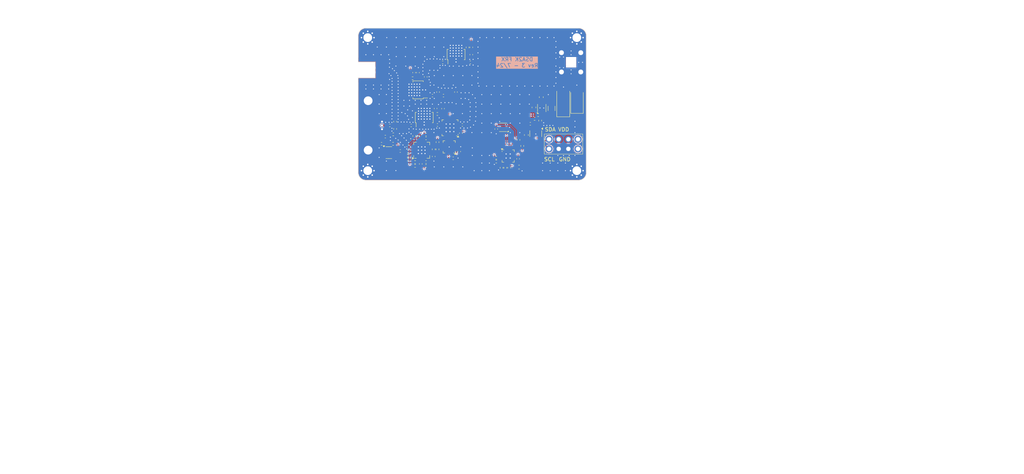
<source format=kicad_pcb>
(kicad_pcb (version 20241229) (generator "pcbnew") (generator_version "9.0")
  (title_block (title "FRX PCB") (date "2024-07-01") (rev "3") (company "Caltech") (comment 1 "Kiran Shila") (comment 2 "Drawing ASP-411") (comment 3 "DSA2000"))
  (layers (0 "F.Cu" signal) (4 "In1.Cu" signal) (6 "In2.Cu" signal) (2 "B.Cu" signal) (13 "F.Paste" user) (15 "B.Paste" user) (5 "F.SilkS" user "F.Silkscreen") (7 "B.SilkS" user "B.Silkscreen") (1 "F.Mask" user) (3 "B.Mask" user) (25 "Edge.Cuts" user))
  (net 0 "")
  (net 1 "Net-(J1-Pin_4)")
  (net 2 "GND")
  (net 3 "/Digital/3V3")
  (net 4 "Net-(D3-K)")
  (net 5 "Net-(C35-Pad2)")
  (net 6 "Net-(J3-In)")
  (net 7 "/Digital/+5V5")
  (net 8 "Net-(U4-CHPF)")
  (net 9 "Net-(U4-CLPF)")
  (net 10 "Net-(C13-Pad2)")
  (net 11 "Net-(U4-INHI)")
  (net 12 "Net-(U4-INLO)")
  (net 13 "Net-(C15-Pad1)")
  (net 14 "Net-(C16-Pad1)")
  (net 15 "Net-(C17-Pad1)")
  (net 16 "Net-(J2-In)")
  (net 17 "Net-(U8-RF2)")
  (net 18 "Net-(C22-Pad2)")
  (net 19 "Net-(U10-PG)")
  (net 20 "Net-(U13-DECAP)")
  (net 21 "/Digital/SDA")
  (net 22 "/Digital/SCL")
  (net 23 "Net-(U4-VSET)")
  (net 24 "/RF/VREF")
  (net 25 "/RF/TCM2")
  (net 26 "/RF/TCM1")
  (net 27 "/RF/VTGT")
  (net 28 "Net-(U6--)")
  (net 29 "Net-(C37-Pad1)")
  (net 30 "Net-(C38-Pad2)")
  (net 33 "Net-(U7-P0)")
  (net 34 "Net-(U7-P1)")
  (net 35 "Net-(U7-P2)")
  (net 36 "Net-(U7-P3)")
  (net 37 "Net-(U7-P4)")
  (net 38 "Net-(U7-P5)")
  (net 39 "Net-(U7-P6)")
  (net 42 "Net-(C17-Pad2)")
  (net 43 "Net-(C26-Pad2)")
  (net 46 "Net-(C27-Pad2)")
  (net 47 "Net-(C28-Pad1)")
  (net 48 "Net-(C29-Pad1)")
  (net 49 "Net-(C30-Pad1)")
  (net 50 "Net-(U8-RF1)")
  (net 51 "/Power/VDD")
  (net 52 "Net-(U12-BP)")
  (net 53 "Net-(U10-FB)")
  (net 54 "/Digital/PD_IMON")
  (net 55 "/Digital/RF_MON")
  (net 56 "Net-(C24-Pad1)")
  (net 57 "Net-(C25-Pad1)")
  (net 58 "Net-(C26-Pad1)")
  (net 59 "Net-(C23-Pad1)")
  (net 60 "Net-(C38-Pad1)")
  (net 61 "Net-(C39-Pad1)")
  (net 62 "Net-(C39-Pad2)")
  (net 63 "Net-(C4-Pad1)")
  (net 65 "Net-(U7-P7)")
  (net 66 "Net-(U13-IO7)")
  (net 73 "Net-(U13-IO6)")
  (footprint "Resistor_SMD:R_0402_1005Metric" (layer "F.Cu") (at 121.038159 113.058161 180)
    (property "Reference" "R9" (hide yes))
    (property "Value" "1k")
  )
  (footprint "Resistor_SMD:R_0402_1005Metric" (layer "F.Cu") (at 145.7 116.24 -90)
    (property "Reference" "R22" (hide yes))
    (property "Value" "10k")
  )
  (footprint "DSA2K:SOT89-HighTemp" (layer "F.Cu") (at 125.35 103.33)
    (property "Reference" "U9" (hide yes))
    (property "Value" "PGA-105+")
  )
  (footprint "Capacitor_SMD:C_0402_1005Metric" (layer "F.Cu") (at 125.828161 115.74816)
    (property "Reference" "C10" (hide yes))
    (property "Value" "100n")
  )
  (footprint "Inductor_SMD:L_0402_1005Metric" (layer "F.Cu") (at 115.6 106.565 90)
    (property "Reference" "L8" (hide yes))
    (property "Value" "82n")
  )
  (footprint "DSA2K:SMP_EdgeMount_PE44482" (layer "F.Cu") (at 112.475 90.53 -90)
    (property "Reference" "J3" (hide yes))
    (property "Value" "Conn_Coaxial" (hide yes))
  )
  (footprint "Resistor_SMD:R_0402_1005Metric" (layer "F.Cu") (at 128.81 102.08 180)
    (property "Reference" "R15" (hide yes))
    (property "Value" "5.1")
  )
  (footprint "Capacitor_SMD:C_0402_1005Metric" (layer "F.Cu") (at 119.05 111.83 180)
    (property "Reference" "C18" (hide yes))
    (property "Value" "100n")
  )
  (footprint "Inductor_SMD:L_0402_1005Metric" (layer "F.Cu") (at 121.7 91.2 -90)
    (property "Reference" "FB1" (hide yes))
    (property "Value" "BLM15PG100SN1D")
  )
  (footprint "Capacitor_SMD:C_0402_1005Metric" (layer "F.Cu") (at 121.01066 110.46066 135)
    (property "Reference" "C13" (hide yes))
    (property "Value" "100p")
  )
  (footprint "Capacitor_SMD:C_0603_1608Metric" (layer "F.Cu") (at 152.225 107.62 -90)
    (property "Reference" "C34" (hide yes))
    (property "Value" "1.2n")
  )
  (footprint "Capacitor_SMD:C_0402_1005Metric" (layer "F.Cu") (at 124.44816 115.22816 90)
    (property "Reference" "C7" (hide yes))
    (property "Value" "DNP")
  )
  (footprint "Capacitor_SMD:C_0402_1005Metric" (layer "F.Cu") (at 115.12 108.03 180)
    (property "Reference" "C37" (hide yes))
    (property "Value" "100p")
  )
  (footprint "Capacitor_SMD:C_0402_1005Metric" (layer "F.Cu") (at 134.55 111.97 90)
    (property "Reference" "C20" (hide yes))
    (property "Value" "100n")
  )
  (footprint "Inductor_SMD:L_0402_1005Metric" (layer "F.Cu") (at 129 98.2 90)
    (property "Reference" "L4" (hide yes))
    (property "Value" "8.2n")
  )
  (footprint "Inductor_SMD:L_0402_1005Metric" (layer "F.Cu") (at 132.265 97.25 180)
    (property "Reference" "L3" (hide yes))
    (property "Value" "5.9n")
  )
  (footprint "DSA2K:MountedPD" (layer "F.Cu") (at 113.6 105.1 90)
    (property "Reference" "D3" (hide yes))
    (property "Value" "Photodiode")
  )
  (footprint "DSA2K:SOT89-HighTemp" (layer "F.Cu") (at 133.725 86.749999)
    (property "Reference" "U1" (hide yes))
    (property "Value" "PGA-105+")
  )
  (footprint "DSA2K:AA_Filter" (layer "F.Cu") (at 149.672 88.5)
    (property "Reference" "FL1" (hide yes))
    (property "Value" "Distributed_LPF" (hide yes))
  )
  (footprint "Resistor_SMD:R_0402_1005Metric" (layer "F.Cu") (at 155.85 103.82 -90)
    (property "Reference" "R17" (hide yes))
    (property "Value" "24k")
  )
  (footprint "Capacitor_SMD:C_0603_1608Metric" (layer "F.Cu") (at 150.3 116.05 180)
    (property "Reference" "C40" (hide yes))
    (property "Value" "1u")
  )
  (footprint "Capacitor_SMD:C_0402_1005Metric" (layer "F.Cu") (at 127.52 97.256542 180)
    (property "Reference" "C27" (hide yes))
    (property "Value" "100p")
  )
  (footprint "Inductor_SMD:L_0402_1005Metric" (layer "F.Cu") (at 136.755 86.484999 -90)
    (property "Reference" "L5" (hide yes))
    (property "Value" "82n")
  )
  (footprint "Capacitor_SMD:C_0402_1005Metric" (layer "F.Cu") (at 125.83 107.5)
    (property "Reference" "C9" (hide yes))
    (property "Value" "100n")
  )
  (footprint "Package_SON:WSON-6-1EP_2x2mm_P0.65mm_EP1x1.6mm" (layer "F.Cu") (at 156.275 100.52 90)
    (property "Reference" "U10" (hide yes))
    (property "Value" "TPS7A26")
  )
  (footprint "Resistor_SMD:R_0402_1005Metric" (layer "F.Cu") (at 154.39 103.37 180)
    (property "Reference" "R18" (hide yes))
    (property "Value" "10k")
  )
  (footprint "DSA2K:SMP_MSLD_PCT_19" (layer "F.Cu") (at 164 88.5 -90)
    (property "Reference" "J2" (hide yes))
    (property "Value" "Conn_Coaxial" (hide yes))
  )
  (footprint "Package_DFN_QFN:QFN-16-1EP_3x3mm_P0.5mm_EP1.45x1.45mm" (layer "F.Cu") (at 131.9275 110.753286 180)
    (property "Reference" "U7" (hide yes))
    (property "Value" "TCA6408A")
  )
  (footprint "Capacitor_SMD:C_0402_1005Metric" (layer "F.Cu") (at 129 96.32 90)
    (property "Reference" "C23" (hide yes))
    (property "Value" "1.6p")
  )
  (footprint "Capacitor_SMD:C_0402_1005Metric" (layer "F.Cu") (at 150.05 113.88 -90)
    (property "Reference" "C6" (hide yes))
    (property "Value" "100n")
  )
  (footprint "Capacitor_SMD:C_0402_1005Metric" (layer "F.Cu") (at 114.12 109.93 180)
    (property "Reference" "C36" (hide yes))
    (property "Value" "100n")
  )
  (footprint "DSA2K:MountingHole_2_Pad_Via" (layer "F.Cu") (at 110.5 117)
    (property "Reference" "H3" (hide yes))
    (property "Value" "MountingHole_Pad")
  )
  (footprint "Package_CSP:Analog_LFCSP-16-1EP_4x4mm_P0.65mm_EP2.35x2.35mm_ThermalVias" (layer "F.Cu") (at 124.685661 111.62316 90)
    (property "Reference" "U4" (hide yes))
    (property "Value" "AD8363")
  )
  (footprint "Capacitor_SMD:C_0402_1005Metric" (layer "F.Cu") (at 135 107.13 -90)
    (property "Reference" "C21" (hide yes))
    (property "Value" "100n")
  )
  (footprint "Capacitor_SMD:C_0402_1005Metric" (layer "F.Cu") (at 122.7 91.2 90)
    (property "Reference" "C15" (hide yes))
    (property "Value" "100n")
  )
  (footprint "Fuse:Fuse_1206_3216Metric" (layer "F.Cu") (at 158.85 100.62 90)
    (property "Reference" "F1" (hide yes))
    (property "Value" "1A trip")
  )
  (footprint "Package_SON:WSON-6-1EP_2x2mm_P0.65mm_EP1x1.6mm" (layer "F.Cu") (at 146.1125 105.6 180)
    (property "Reference" "U2" (hide yes))
    (property "Value" "TMP117")
  )
  (footprint "Capacitor_SMD:C_0402_1005Metric" (layer "F.Cu") (at 127.84816 113.270001 -90)
    (property "Reference" "C8" (hide yes))
    (property "Value" "100n")
  )
  (footprint "DSA2K:RF_Attenuator_Susumu_PAT1220" (layer "F.Cu") (at 119.6 105.7)
    (property "Reference" "U14" (hide yes))
    (property "Value" "PAT1220-C-3DB")
  )
  (footprint "Capacitor_SMD:C_0402_1005Metric" (layer "F.Cu") (at 144.3 106.05 90)
    (property "Reference" "C5" (hide yes))
    (property "Value" "100n")
  )
  (footprint "Capacitor_SMD:C_0402_1005Metric" (layer "F.Cu") (at 128.83 104.98)
    (property "Reference" "C30" (hide yes))
    (property "Value" "100p")
  )
  (footprint "Capacitor_SMD:C_0402_1005Metric" (layer "F.Cu") (at 130.22 88.5)
    (property "Reference" "C39" (hide yes))
    (property "Value" "100p")
  )
  (footprint "DSA2K:HeaderThru8p" (layer "F.Cu") (at 162 110)
    (property "Reference" "J1" (hide yes))
    (property "Value" "8-pin header")
  )
  (footprint "Capacitor_SMD:C_0402_1005Metric" (layer "F.Cu") (at 128.35 100.65 90)
    (property "Reference" "C29" (hide yes))
    (property "Value" "100p")
  )
  (footprint "Capacitor_SMD:C_0402_1005Metric" (layer "F.Cu") (at 116.3 105.1)
    (property "Reference" "C35" (hide yes))
    (property "Value" "100p")
  )
  (footprint "Capacitor_SMD:C_0402_1005Metric" (layer "F.Cu") (at 147.7 116.23 90)
    (property "Reference" "C2" (hide yes))
    (property "Value" "100n")
  )
  (footprint "Capacitor_SMD:C_0402_1005Metric" (layer "F.Cu") (at 132.98 113.75)
    (property "Reference" "C19" (hide yes))
    (property "Value" "100n")
  )
  (footprint "Resistor_SMD:R_0402_1005Metric" (layer "F.Cu") (at 117.2 107.45 180)
    (property "Reference" "R12" (hide yes))
    (property "Value" "62")
  )
  (footprint "Capacitor_SMD:C_0402_1005Metric" (layer "F.Cu") (at 125.83 108.5 180)
    (property "Reference" "C11" (hide yes))
    (property "Value" "100p")
  )
  (footprint "Resistor_SMD:R_0402_1005Metric" (layer "F.Cu") (at 155.335 102.37)
    (property "Reference" "R16" (hide yes))
    (property "Value" "82k")
  )
  (footprint "Capacitor_SMD:C_0402_1005Metric" (layer "F.Cu") (at 137.739214 86.479999 -90)
    (property "Reference" "C25" (hide yes))
    (property "Value" "100p")
  )
  (footprint "DSA2K:WQFN-16-1EP_3x3mm_P0.5mm_EP1.68x1.68mm_LargeThermalVias" (layer "F.Cu") (at 147.4425 113.15)
    (property "Reference" "U13" (hide yes))
    (property "Value" "TLA2528")
  )
  (footprint "Resistor_SMD:R_0402_1005Metric" (layer "F.Cu") (at 122.94816 115.748161 180)
    (property "Reference" "R7" (hide yes))
    (property "Value" "3.6k")
  )
  (footprint "Resistor_SMD:R_0402_1005Metric" (layer "F.Cu") (at 144.29 113.6 180)
    (property "Reference" "R24" (hide yes))
    (property "Value" "10k")
  )
  (footprint "Capacitor_SMD:C_0603_1608Metric" (layer "F.Cu") (at 156.15 97.67 90)
    (property "Reference" "C31" (hide yes))
    (property "Value" "1u")
  )
  (footprint "Capacitor_Tantalum_SMD:CP_EIA-6032-28_Kemet-C" (layer "F.Cu") (at 161.925 99.0825 90)
    (property "Reference" "C1" (hide yes))
    (property "Value" "22u")
  )
  (footprint "Inductor_SMD:L_0402_1005Metric" (layer "F.Cu") (at 115.6 109.465 90)
    (property "Reference" "FB3" (hide yes))
    (property "Value" "BLM15PG100SN1D")
  )
  (footprint "Diode_SMD:D_SMA" (layer "F.Cu") (at 165.55 98.42 90)
    (property "Reference" "D1" (hide yes))
    (property "Value" "18.2V")
  )
  (footprint "Package_TO_SOT_SMD:SOT-23-5" (layer "F.Cu") (at 154.7 107.2575 -90)
    (property "Reference" "U12" (hide yes))
    (property "Value" "TPS79333-EP")
  )
  (footprint "Resistor_SMD:R_0402_1005Metric" (layer "F.Cu") (at 117.7 106.01 90)
    (property "Reference" "R13" (hide yes))
    (property "Value" "270")
  )
  (footprint "Capacitor_SMD:C_0402_1005Metric" (layer "F.Cu") (at 121.93 105.1)
    (property "Reference" "C38" (hide yes))
    (property "Value" "100p")
  )
  (footprint "Resistor_SMD:R_0402_1005Metric" (layer "F.Cu") (at 127.84816 111.39 -90)
    (property "Reference" "R4" (hide yes))
    (property "Value" "0")
  )
  (footprint "Inductor_SMD:L_0402_1005Metric" (layer "F.Cu") (at 137.224214 83.179999 180)
    (property "Reference" "FB4" (hide yes))
    (property "Value" "BLM15PG100SN1D")
  )
  (footprint "Capacitor_SMD:C_0402_1005Metric" (layer "F.Cu") (at 125.75 92.325 90)
    (property "Reference" "C17" (hide yes))
    (property "Value" "100p")
  )
  (footprint "Capacitor_SMD:C_0402_1005Metric" (layer "F.Cu") (at 121.06816 111.948161)
    (property "Reference" "C14" (hide yes))
    (property "Value" "100p")
  )
  (footprint "DSA2K:SOT89-HighTemp" (layer "F.Cu") (at 124.05 95.75 90)
    (property "Reference" "U5" (hide yes))
    (property "Value" "PGA-105+")
  )
  (footprint "Resistor_SMD:R_0402_1005Metric" (layer "F.Cu") (at 128.85 109.5 -90)
    (property "Reference" "R2" (hide yes))
    (property "Value" "10k")
  )
  (footprint "Resistor_SMD:R_0402_1005Metric" (layer "F.Cu") (at 122.94816 114.748161)
    (property "Reference" "R6" (hide yes))
    (property "Value" "5.6k")
  )
  (footprint "Capacitor_SMD:C_0402_1005Metric" (layer "F.Cu") (at 130.42 97.25 180)
    (property "Reference" "C4" (hide yes))
    (property "Value" "2.5p")
  )
  (footprint "Resistor_SMD:R_0402_1005Metric" (layer "F.Cu") (at 128.85 111.4 90)
    (property "Reference" "R5" (hide yes))
    (property "Value" "DNP")
  )
  (footprint "Resistor_SMD:R_0402_1005Metric" (layer "F.Cu") (at 144.31 114.6 180)
    (property "Reference" "R23" (hide yes))
    (property "Value" "10k")
  )
  (footprint "Capacitor_SMD:C_0402_1005Metric" (layer "F.Cu") (at 133.7 96.32 90)
    (property "Reference" "C3" (hide yes))
    (property "Value" "1.6p")
  )
  (footprint "Resistor_SMD:R_0402_1005Metric" (layer "F.Cu") (at 136.755 84.579999 -90)
    (property "Reference" "R1" (hide yes))
    (property "Value" "5.1")
  )
  (footprint "Capacitor_SMD:C_0402_1005Metric" (layer "F.Cu") (at 137.474999 88.5)
    (property "Reference" "C26" (hide yes))
    (property "Value" "100p")
  )
  (footprint "Inductor_SMD:L_0402_1005Metric" (layer "F.Cu") (at 124.215 92.7)
    (property "Reference" "L1" (hide yes))
    (property "Value" "82n")
  )
  (footprint "DSA2K:MountingHole_2_Pad_Via" (layer "F.Cu") (at 165.5 82)
    (property "Reference" "H2" (hide yes))
    (property "Value" "MountingHole_Pad")
  )
  (footprint "Resistor_SMD:R_0402_1005Metric" (layer "F.Cu") (at 151.15 110.49 90)
    (property "Reference" "R26" (hide yes))
    (property "Value" "10k")
  )
  (footprint "Capacitor_SMD:C_0402_1005Metric" (layer "F.Cu") (at 123.7 91.2 90)
    (property "Reference" "C16" (hide yes))
    (property "Value" "100p")
  )
  (footprint "DSA2K:RF_Attenuator_Susumu_PAT1220" (layer "F.Cu") (at 127.8 89.1)
    (property "Reference" "U15" (hide yes))
    (property "Value" "PAT1220-C-3DB")
  )
  (footprint "Capacitor_SMD:C_0402_1005Metric" (layer "F.Cu") (at 125.828159 114.748161 180)
    (property "Reference" "C12" (hide yes))
    (property "Value" "100p")
  )
  (footprint "Inductor_SMD:L_0402_1005Metric" (layer "F.Cu") (at 128.35 103.495 -90)
    (property "Reference" "L7" (hide yes))
    (property "Value" "82n")
  )
  (footprint "Resistor_SMD:R_0402_1005Metric" (layer "F.Cu") (at 150.15 108.9 -90)
    (property "Reference" "R25" (hide yes))
    (property "Value" "10k")
  )
  (footprint "Resistor_SMD:R_0402_1005Metric" (layer "F.Cu") (at 121.05816 114.05816)
    (property "Reference" "R8" (hide yes))
    (property "Value" "3.6k")
  )
  (footprint "Capacitor_SMD:C_0402_1005Metric" (layer "F.Cu") (at 135.388089 104.98)
    (property "Reference" "C22" (hide yes))
    (property "Value" "100p")
  )
  (footprint "Inductor_SMD:L_0402_1005Metric" (layer "F.Cu") (at 133.7 98.185 90)
    (property "Reference" "L2" (hide yes))
    (property "Value" "8.2n")
  )
  (footprint "Resistor_SMD:R_0402_1005Metric" (layer "F.Cu") (at 122.3 92.7)
    (property "Reference" "R14" (hide yes))
    (property "Value" "5.1")
  )
  (footprint "Package_TO_SOT_SMD:SOT-23-8" (layer "F.Cu") (at 116.05 112.255)
    (property "Reference" "U6" (hide yes))
    (property "Value" "INA296B4")
  )
  (footprint "DSA2K:MountingHole_2_Pad_Via" (layer "F.Cu") (at 165.5 117)
    (property "Reference" "H4" (hide yes))
    (property "Value" "MountingHole_Pad")
  )
  (footprint "Resistor_SMD:R_0402_1005Metric" (layer "F.Cu") (at 123.75 107.89 90)
    (property "Reference" "R10" (hide yes))
    (property "Value" "3.6k")
  )
  (footprint "Capacitor_SMD:C_0402_1005Metric" (layer "F.Cu") (at 130.3 100.68 90)
    (property "Reference" "C28" (hide yes))
    (property "Value" "100n")
  )
  (footprint "Resistor_SMD:R_0402_1005Metric" (layer "F.Cu") (at 117.16 109.93 180)
    (property "Reference" "R20" (hide yes))
    (property "Value" "5.1")
  )
  (footprint "Resistor_SMD:R_0402_1005Metric" (layer "F.Cu") (at 122.75 107.89 90)
    (property "Reference" "R11" (hide yes))
    (property "Value" "5.6k")
  )
  (footprint "Resistor_SMD:R_0402_1005Metric" (layer "F.Cu") (at 117.7 104.11 -90)
    (property "Reference" "R21" (hide yes))
    (property "Value" "1k")
  )
  (footprint "Capacitor_SMD:C_0402_1005Metric" (layer "F.Cu") (at 153.27 104.67 180)
    (property "Reference" "C33" (hide yes))
    (property "Value" "100n")
  )
  (footprint "Resistor_SMD:R_0402_1005Metric" (layer "F.Cu") (at 146.7 116.24 90)
    (property "Reference" "R19" (hide yes))
    (property "Value" "10k")
  )
  (footprint "Inductor_SMD:L_0402_1005Metric" (layer "F.Cu") (at 130.715 102.08 180)
    (property "Reference" "FB2" (hide yes))
    (property "Value" "BLM15PG100SN1D")
  )
  (footprint "DSA2K:MountingHole_2_Pad_Via" (layer "F.Cu") (at 110.5 82)
    (property "Reference" "H1" (hide yes))
    (property "Value" "MountingHole_Pad")
  )
  (footprint "Package_DFN_QFN:TQFN-24-1EP_4x4mm_P0.5mm_EP2.6x2.6mm_ThermalVias" (layer "F.Cu") (at 132.1375 105.73 180)
    (property "Reference" "U8" (hide yes))
    (property "Value" "F1958")
  )
  (footprint "Capacitor_SMD:C_0603_1608Metric" (layer "F.Cu") (at 154.225 100.37 90)
    (property "Reference" "C32" (hide yes))
    (property "Value" "1u")
  )
  (footprint "Capacitor_SMD:C_0402_1005Metric" (layer "F.Cu") (at 137.739214 84.559999 -90)
    (property "Reference" "C24" (hide yes))
    (property "Value" "100n")
  )
  (gr_line (start 148.2 110.05) (end 148.2 111.6) (stroke (width 0.254)) (layer "F.Cu") (net 22))
  (gr_arc (start 110 119.5) (mid 108.585786 118.914214) (end 108 117.5) (stroke (width 0.1)) (layer "Edge.Cuts"))
  (gr_line (start 108 117.5) (end 108 92.6) (stroke (width 0.1)) (layer "Edge.Cuts"))
  (gr_line (start 108 88.4) (end 108.000001 81.500001) (stroke (width 0.1)) (layer "Edge.Cuts"))
  (gr_arc (start 108.000001 81.500001) (mid 108.585787 80.085787) (end 110.000001 79.500001) (stroke (width 0.1)) (layer "Edge.Cuts"))
  (gr_arc (start 165.999999 79.500001) (mid 167.414213 80.085787) (end 167.999999 81.500001) (stroke (width 0.1)) (layer "Edge.Cuts"))
  (gr_arc (start 167.999999 117.499999) (mid 167.414213 118.914213) (end 165.999999 119.499999) (stroke (width 0.1)) (layer "Edge.Cuts"))
  (gr_line (start 112.5 92.6) (end 112.5 88.4) (stroke (width 0.1)) (layer "Edge.Cuts"))
  (gr_line (start 108 92.6) (end 112.5 92.6) (stroke (width 0.1)) (layer "Edge.Cuts"))
  (gr_line (start 110.000001 79.500001) (end 165.999999 79.500001) (stroke (width 0.1)) (layer "Edge.Cuts"))
  (gr_line (start 167.999999 81.500001) (end 167.999999 117.499999) (stroke (width 0.1)) (layer "Edge.Cuts"))
  (gr_line (start 165.999999 119.499999) (end 110 119.5) (stroke (width 0.1)) (layer "Edge.Cuts"))
  (gr_line (start 112.5 88.4) (end 108 88.4) (stroke (width 0.1)) (layer "Edge.Cuts"))
  (gr_text "SCL" (at 156.8 114.6 0) (layer "F.SilkS") (effects (font (size 1 1)) (justify left bottom)))
  (gr_text "VDD" (at 160.5 106.75 0) (layer "F.SilkS") (effects (font (size 1 1)) (justify left bottom)))
  (gr_text "SDA" (at 157 106.75 0) (layer "F.SilkS") (effects (font (size 1 1)) (justify left bottom)))
  (gr_text "GND" (at 160.7 114.6 0) (layer "F.SilkS") (effects (font (size 1 1)) (justify left bottom)))
  (gr_text "DSA2K FRX\nRev 3 - 7/24" (at 149.8 89.9 0) (layer "B.SilkS" knockout) (effects (font (size 1 1)) (justify bottom mirror)))
  (segment (start 129.55 105.8) (end 129.35 105.8) (width 0.34) (layer "F.Cu") (net 2))
  (segment (start 131.1375 105.73) (end 130.8875 105.48) (width 0.34) (layer "F.Cu") (net 2))
  (segment (start 129.87 105.48) (end 129.55 105.8) (width 0.34) (layer "F.Cu") (net 2))
  (segment (start 130.8875 105.48) (end 130.35 105.48) (width 0.34) (layer "F.Cu") (net 2))
  (segment (start 130.35 105.48) (end 129.87 105.48) (width 0.34) (layer "F.Cu") (net 2))
  (segment (start 156.275 99.6325) (end 156.275 100.52) (width 0.254) (layer "F.Cu") (net 2))
  (segment (start 132.1775 109.315786) (end 132.1775 110.503286) (width 0.254) (layer "F.Cu") (net 2))
  (via (at 129.5 87.7) (size 0.4572) (drill 0.254) (layers "F.Cu" "B.Cu") (net 2))
  (via (at 165 105.5) (size 0.4572) (drill 0.254) (layers "F.Cu" "B.Cu") (net 2))
  (via (at 133 94.5) (size 0.4572) (drill 0.254) (layers "F.Cu" "B.Cu") (net 2))
  (via (at 118.5 99.08) (size 0.4572) (drill 0.254) (layers "F.Cu" "B.Cu") (net 2))
  (via (at 126 99.5) (size 0.4572) (drill 0.254) (layers "F.Cu" "B.Cu") (net 2))
  (via (at 116.45 109.05) (size 0.4572) (drill 0.254) (layers "F.Cu" "B.Cu") (net 2))
  (via (at 133 102) (size 0.4572) (drill 0.254) (layers "F.Cu" "B.Cu") (net 2))
  (via (at 160 94) (size 0.4572) (drill 0.254) (layers "F.Cu" "B.Cu") (net 2))
  (via (at 160 84.5) (size 0.4572) (drill 0.254) (layers "F.Cu" "B.Cu") (net 2))
  (via (at 127.8 87.6) (size 0.4572) (drill 0.254) (layers "F.Cu" "B.Cu") (net 2))
  (via (at 165 104) (size 0.4572) (drill 0.254) (layers "F.Cu" "B.Cu") (net 2))
  (via (at 120.5 89.5) (size 0.4572) (drill 0.254) (layers "F.Cu" "B.Cu") (net 2))
  (via (at 145.5 102) (size 0.4572) (drill 0.254) (layers "F.Cu" "B.Cu") (net 2))
  (via (at 125.5 82) (size 0.4572) (drill 0.254) (layers "F.Cu" "B.Cu") (net 2))
  (via (at 119.75 110.25) (size 0.4572) (drill 0.254) (layers "F.Cu" "B.Cu") (net 2))
  (via (at 132 89.5) (size 0.4572) (drill 0.254) (layers "F.Cu" "B.Cu") (net 2))
  (via (at 119.3 104.2) (size 0.4572) (drill 0.254) (layers "F.Cu" "B.Cu") (net 2))
  (via (at 118 84.5) (size 0.4572) (drill 0.254) (layers "F.Cu" "B.Cu") (net 2))
  (via (at 134.9 104.18) (size 0.4572) (drill 0.254) (layers "F.Cu" "B.Cu") (net 2))
  (via (at 137.324999 87.72) (size 0.4572) (drill 0.254) (layers "F.Cu" "B.Cu") (net 2))
  (via (at 126.95 94.58) (size 0.4572) (drill 0.254) (layers "F.Cu" "B.Cu") (net 2))
  (via (at 149.8 82) (size 0.4572) (drill 0.254) (layers "F.Cu" "B.Cu") (net 2))
  (via (at 150.5 97) (size 0.4572) (drill 0.254) (layers "F.Cu" "B.Cu") (net 2))
  (via (at 119.4 107.8) (size 0.4572) (drill 0.254) (layers "F.Cu" "B.Cu") (net 2))
  (via (at 121.9 107.3) (size 0.4572) (drill 0.254) (layers "F.Cu" "B.Cu") (net 2))
  (via (at 139.5 86) (size 0.4572) (drill 0.254) (layers "F.Cu" "B.Cu") (net 2))
  (via (at 118.5 92.68) (size 0.4572) (drill 0.254) (layers "F.Cu" "B.Cu") (net 2))
  (via (at 123 98.5) (size 0.4572) (drill 0.254) (layers "F.Cu" "B.Cu") (net 2))
  (via (at 116.9 98.28) (size 0.4572) (drill 0.254) (layers "F.Cu" "B.Cu") (net 2))
  (via (at 159.5 82) (size 0.4572) (drill 0.254) (layers "F.Cu" "B.Cu") (net 2))
  (via (at 156.5 117) (size 0.4572) (drill 0.254) (layers "F.Cu" "B.Cu") (net 2))
  (via (at 131.9275 110.765786) (size 0.4572) (drill 0.254) (layers "F.Cu" "B.Cu") (net 2))
  (via (at 138.05 97) (size 0.4572) (drill 0.254) (layers "F.Cu" "B.Cu") (net 2))
  (via (at 143 107) (size 0.4572) (drill 0.254) (layers "F.Cu" "B.Cu") (net 2))
  (via (at 151.8 82) (size 0.4572) (drill 0.254) (layers "F.Cu" "B.Cu") (net 2))
  (via (at 162.5 117) (size 0.4572) (drill 0.254) (layers "F.Cu" "B.Cu") (net 2))
  (via (at 133.75 99.4) (size 0.4572) (drill 0.254) (layers "F.Cu" "B.Cu") (net 2))
  (via (at 116.9 95.88) (size 0.4572) (drill 0.254) (layers "F.Cu" "B.Cu") (net 2))
  (via (at 143.8 115.35) (size 0.4572) (drill 0.254) (layers "F.Cu" "B.Cu") (net 2))
  (via (at 133 92) (size 0.4572) (drill 0.254) (layers "F.Cu" "B.Cu") (net 2))
  (via (at 137.45 101.4) (size 0.4572) (drill 0.254) (layers "F.Cu" "B.Cu") (net 2))
  (via (at 120.5 84.5) (size 0.4572) (drill 0.254) (layers "F.Cu" "B.Cu") (net 2))
  (via (at 140.5 115) (size 0.4572) (drill 0.254) (layers "F.Cu" "B.Cu") (net 2))
  (via (at 157.75 82) (size 0.4572) (drill 0.254) (layers "F.Cu" "B.Cu") (net 2))
  (via (at 128 98) (size 0.4572) (drill 0.254) (layers "F.Cu" "B.Cu") (net 2))
  (via (at 150.5 102) (size 0.4572) (drill 0.254) (layers "F.Cu" "B.Cu") (net 2))
  (via (at 128 87) (size 0.4572) (drill 0.254) (layers "F.Cu" "B.Cu") (net 2))
  (via (at 118.5 97.48) (size 0.4572) (drill 0.254) (layers "F.Cu" "B.Cu") (net 2))
  (via (at 158 97) (size 0.4572) (drill 0.254) (layers "F.Cu" "B.Cu") (net 2))
  (via (at 135.5 89.5) (size 0.4572) (drill 0.254) (layers "F.Cu" "B.Cu") (net 2))
  (via (at 144.9 116.8) (size 0.4572) (drill 0.254) (layers "F.Cu" "B.Cu") (net 2))
  (via (at 116.85 103.4) (size 0.4572) (drill 0.254) (layers "F.Cu" "B.Cu") (net 2))
  (via (at 148 104.5) (size 0.4572) (drill 0.254) (layers "F.Cu" "B.Cu") (net 2))
  (via (at 139.5 87.5) (size 0.4572) (drill 0.254) (layers "F.Cu" "B.Cu") (net 2))
  (via (at 138.92868 102.78) (size 0.4572) (drill 0.254) (layers "F.Cu" "B.Cu") (net 2))
  (via (at 127.25 106.1) (size 0.4572) (drill 0.254) (layers "F.Cu" "B.Cu") (net 2))
  (via (at 115.4 96.98) (size 0.4572) (drill 0.254) (layers "F.Cu" "B.Cu") (net 2))
  (via (at 148 99.5) (size 0.4572) (drill 0.254) (layers "F.Cu" "B.Cu") (net 2))
  (via (at 116.25 93) (size 0.4572) (drill 0.254) (layers "F.Cu" "B.Cu") (net 2))
  (via (at 116.25 88.75) (size 0.4572) (drill 0.254) (layers "F.Cu" "B.Cu") (net 2))
  (via (at 135.5 82) (size 0.4572) (drill 0.254) (layers "F.Cu" "B.Cu") (net 2))
  (via (at 113 84.48) (size 0.4572) (drill 0.254) (layers "F.Cu" "B.Cu") (net 2))
  (via (at 117.9 116.98) (size 0.4572) (drill 0.254) (layers "F.Cu" "B.Cu") (net 2))
  (via (at 140.5 117) (size 0.4572) (drill 0.254) (layers "F.Cu" "B.Cu") (net 2))
  (via (at 119.8 107.25) (size 0.4572) (drill 0.254) (layers "F.Cu" "B.Cu") (net 2))
  (via (at 137.9 94.5) (size 0.4572) (drill 0.254) (layers "F.Cu" "B.Cu") (net 2))
  (via (at 117 90.18) (size 0.4572) (drill 0.254) (layers "F.Cu" "B.Cu") (net 2))
  (via (at 110 94.5) (size 0.4572) (drill 0.254) (layers "F.Cu" "B.Cu") (net 2))
  (via (at 140.5 104.5) (size 0.4572) (drill 0.254) (layers "F.Cu" "B.Cu") (net 2))
  (via (at 118.5 93.48) (size 0.4572) (drill 0.254) (layers "F.Cu" "B.Cu") (net 2))
  (via (at 127.5 99.5) (size 0.4572) (drill 0.254) (layers "F.Cu" "B.Cu") (net 2))
  (via (at 118.5 103.45) (size 0.4572) (drill 0.254) (layers "F.Cu" "B.Cu") (net 2))
  (via (at 130.5 116) (size 0.4572) (drill 0.254) (layers "F.Cu" "B.Cu") (net 2))
  (via (at 160.5 117) (size 0.4572) (drill 0.254) (layers "F.Cu" "B.Cu") (net 2))
  (via (at 116.85 104.3) (size 0.4572) (drill 0.254) (layers "F.Cu" "B.Cu") (net 2))
  (via (at 129.3 104.1) (size 0.4572) (drill 0.254) (layers "F.Cu" "B.Cu") (net 2))
  (via (at 155.8 82) (size 0.4572) (drill 0.254) (layers "F.Cu" "B.Cu") (net 2))
  (via (at 160 87.5) (size 0.4572) (drill 0.254) (layers "F.Cu" "B.Cu") (net 2))
  (via (at 118.5 96.68) (size 0.4572) (drill 0.254) (layers "F.Cu" "B.Cu") (net 2))
  (via (at 130.5 87) (size 0.4572) (drill 0.254) (layers "F.Cu" "B.Cu") (net 2))
  (via (at 120 98.5) (size 0.4572) (drill 0.254) (layers "F.Cu" "B.Cu") (net 2))
  (via (at 140.5 113) (size 0.4572) (drill 0.254) (layers "F.Cu" "B.Cu") (net 2))
  (via (at 138 111) (size 0.4572) (drill 0.254) (layers "F.Cu" "B.Cu") (net 2))
  (via (at 116.6 91.98) (size 0.4572) (drill 0.254) (layers "F.Cu" "B.Cu") (net 2))
  (via (at 121.5 98.5) (size 0.4572) (drill 0.254) (layers "F.Cu" "B.Cu") (net 2))
  (via (at 112 86.5) (size 0.4572) (drill 0.254) (layers "F.Cu" "B.Cu") (net 2))
  (via (at 129.8 99.1) (size 0.4572) (drill 0.254) (layers "F.Cu" "B.Cu") (net 2))
  (via (at 150.5 99.5) (size 0.4572) (drill 0.254) (layers "F.Cu" "B.Cu") (net 2))
  (via (at 131.7 95.3) (size 0.4572) (drill 0.254) (layers "F.Cu" "B.Cu") (net 2))
  (via (at 160.5 115) (size 0.4572) (drill 0.254) (layers "F.Cu" "B.Cu") (net 2))
  (via (at 126.8 90.6) (size 0.4572) (drill 0.254) (layers "F.Cu" "B.Cu") (net 2))
  (via (at 137.32868 103.68) (size 0.4572) (drill 0.254) (layers "F.Cu" "B.Cu") (net 2))
  (via (at 134.5 89.5) (size 0.4572) (drill 0.254) (layers "F.Cu" "B.Cu") (net 2))
  (via (at 139.75 94.75) (size 0.4572) (drill 0.254) (layers "F.Cu" "B.Cu") (net 2))
  (via (at 115.4 84.48) (size 0.4572) (drill 0.254) (layers "F.Cu" "B.Cu") (net 2))
  (via (at 158.5 117) (size 0.4572) (drill 0.254) (layers "F.Cu" "B.Cu") (net 2))
  (via (at 135.5 116) (size 0.4572) (drill 0.254) (layers "F.Cu" "B.Cu") (net 2))
  (via (at 160 86) (size 0.4572) (drill 0.254) (layers "F.Cu" "B.Cu") (net 2))
  (via (at 115.4 116.98) (size 0.4572) (drill 0.254) (layers "F.Cu" "B.Cu") (net 2))
  (via (at 116.9 94.28) (size 0.4572) (drill 0.254) (layers "F.Cu" "B.Cu") (net 2))
  (via (at 116.9 99.08) (size 0.4572) (drill 0.254) (layers "F.Cu" "B.Cu") (net 2))
  (via (at 138.95 100.2) (size 0.4572) (drill 0.254) (layers "F.Cu" "B.Cu") (net 2))
  (via (at 153.8 94.75) (size 0.4572) (drill 0.254) (layers "F.Cu" "B.Cu") (net 2))
  (via (at 121 101) (size 0.4572) (drill 0.254) (layers "F.Cu" "B.Cu") (net 2))
  (via (at 119.45 101.7) (size 0.4572) (drill 0.254) (layers "F.Cu" "B.Cu") (net 2))
  (via (at 156.8 105.1) (size 0.4572) (drill 0.254) (layers "F.Cu" "B.Cu") (net 2))
  (via (at 140 82) (size 0.4572) (drill 0.254) (layers "F.Cu" "B.Cu") (net 2))
  (via (at 113.5 99.5) (size 0.4572) (drill 0.254) (layers "F.Cu" "B.Cu") (net 2))
  (via (at 162 113) (size 0.4572) (drill 0.254) (layers "F.Cu" "B.Cu") (net 2))
  (via (at 135.05 98) (size 0.4572) (drill 0.254) (layers "F.Cu" "B.Cu") (net 2))
  (via (at 140.5 99.5) (size 0.4572) (drill 0.254) (layers "F.Cu" "B.Cu") (net 2))
  (via (at 126.45 106.1) (size 0.4572) (drill 0.254) (layers "F.Cu" "B.Cu") (net 2))
  (via (at 129.05 95.1) (size 0.4572) (drill 0.254) (layers "F.Cu" "B.Cu") (net 2))
  (via (at 125 90.8) (size 0.4572) (drill 0.254) (layers "F.Cu" "B.Cu") (net 2))
  (via (at 128 84.5) (size 0.4572) (drill 0.254) (layers "F.Cu" "B.Cu") (net 2))
  (via (at 145.2 104.05) (size 0.4572) (drill 0.254) (layers "F.Cu" "B.Cu") (net 2))
  (via (at 113.5 111) (size 0.4572) (drill 0.254) (layers "F.Cu" "B.Cu") (net 2))
  (via (at 115.4 114.48) (size 0.4572) (drill 0.254) (layers "F.Cu" "B.Cu") (net 2))
  (via (at 126.5 91.4) (size 0.4572) (drill 0.254) (layers "F.Cu" "B.Cu") (net 2))
  (via (at 118.4 91.98) (size 0.4572) (drill 0.254) (layers "F.Cu" "B.Cu") (net 2))
  (via (at 143 97) (size 0.4572) (drill 0.254) (layers "F.Cu" "B.Cu") (net 2))
  (via (at 136.15 96.5) (size 0.4572) (drill 0.254) (layers "F.Cu" "B.Cu") (net 2))
  (via (at 110 86.5) (size 0.4572) (drill 0.254) (layers "F.Cu" "B.Cu") (net 2))
  (via (at 116.45 108.2) (size 0.4572) (drill 0.254) (layers "F.Cu" "B.Cu") (net 2))
  (via (at 130.2 87.7) (size 0.4572) (drill 0.254) (layers "F.Cu" "B.Cu") (net 2))
  (via (at 136.72868 105.78) (size 0.4572) (drill 0.254) (layers "F.Cu" "B.Cu") (net 2))
  (via (at 125 89) (size 0.4572) (drill 0.254) (layers "F.Cu" "B.Cu") (net 2))
  (via (at 121.8 108.6) (size 0.4572) (drill 0.254) (layers "F.Cu" "B.Cu") (net 2))
  (via (at 117.85 108.5) (size 0.4572) (drill 0.254) (layers "F.Cu" "B.Cu") (net 2))
  (via (at 127.9 106.98) (size 0.4572) (drill 0.254) (layers "F.Cu" "B.Cu") (net 2))
  (via (at 132.7 95.3) (size 0.4572) (drill 0.254) (layers "F.Cu" "B.Cu") (net 2))
  (via (at 118.5 95.88) (size 0.4572) (drill 0.254) (layers "F.Cu" "B.Cu") (net 2))
  (via (at 134.9 105.78) (size 0.4572) (drill 0.254) (layers "F.Cu" "B.Cu") (net 2))
  (via (at 134.25 113.7) (size 0.4572) (drill 0.254) (layers "F.Cu" "B.Cu") (net 2))
  (via (at 138.95 99.1) (size 0.4572) (drill 0.254) (layers "F.Cu" "B.Cu") (net 2))
  (via (at 128 96.5) (size 0.4572) (drill 0.254) (layers "F.Cu" "B.Cu") (net 2))
  (via (at 124.5 99.48) (size 0.4572) (drill 0.254) (layers "F.Cu" "B.Cu") (net 2))
  (via (at 139.5 92.5) (size 0.4572) (drill 0.254) (layers "F.Cu" "B.Cu") (net 2))
  (via (at 129.3 103.1) (size 0.4572) (drill 0.254) (layers "F.Cu" "B.Cu") (net 2))
  (via (at 138 113) (size 0.4572) (drill 0.254) (layers "F.Cu" "B.Cu") (net 2))
  (via (at 136.72868 104.18) (size 0.4572) (drill 0.254) (layers "F.Cu" "B.Cu") (net 2))
  (via (at 118 86.98) (size 0.4572) (drill 0.254) (layers "F.Cu" "B.Cu") (net 2))
  (via (at 118 82) (size 0.4572) (drill 0.254) (layers "F.Cu" "B.Cu") (net 2))
  (via (at 138.32868 104.98) (size 0.4572) (drill 0.254) (layers "F.Cu" "B.Cu") (net 2))
  (via (at 137.45 100.2) (size 0.4572) (drill 0.254) (layers "F.Cu" "B.Cu") (net 2))
  (via (at 139.5 94) (size 0.4572) (drill 0.254) (layers "F.Cu" "B.Cu") (net 2))
  (via (at 142.5 115) (size 0.4572) (drill 0.254) (layers "F.Cu" "B.Cu") (net 2))
  (via (at 129.5 89.3) (size 0.4572) (drill 0.254) (layers "F.Cu" "B.Cu") (net 2))
  (via (at 153.8 82) (size 0.4572) (drill 0.254) (layers "F.Cu" "B.Cu") (net 2))
  (via (at 135.5 92) (size 0.4572) (drill 0.254) (layers "F.Cu" "B.Cu") (net 2))
  (via (at 138.95 101.4) (size 0.4572) (drill 0.254) (layers "F.Cu" "B.Cu") (net 2))
  (via (at 116.9 100.85) (size 0.4572) (drill 0.254) (layers "F.Cu" "B.Cu") (net 2))
  (via (at 120.65 109) (size 0.4572) (drill 0.254) (layers "F.Cu" "B.Cu") (net 2))
  (via (at 121.35 106) (size 0.4572) (drill 0.254) (layers "F.Cu" "B.Cu") (net 2))
  (via (at 120.95 102.6) (size 0.4572) (drill 0.254) (layers "F.Cu" "B.Cu") (net 2))
  (via (at 127.9 94.48) (size 0.4572) (drill 0.254) (layers "F.Cu" "B.Cu") (net 2))
  (via (at 150.5 104.5) (size 0.4572) (drill 0.254) (layers "F.Cu" "B.Cu") (net 2))
  (via (at 124.5 98.5) (size 0.4572) (drill 0.254) (layers "F.Cu" "B.Cu") (net 2))
  (via (at 120.05 104.2) (size 0.4572) (drill 0.254) (layers "F.Cu" "B.Cu") (net 2))
  (via (at 126.9 87.6) (size 0.4572) (drill 0.254) (layers "F.Cu" "B.Cu") (net 2))
  (via (at 135.05 96.5) (size 0.4572) (drill 0.254) (layers "F.Cu" "B.Cu") (net 2))
  (via (at 118.5 100.9) (size 0.4572) (drill 0.254) (layers "F.Cu" "B.Cu") (net 2))
  (via (at 118.5 102.6) (size 0.4572) (drill 0.254) (layers "F.Cu" "B.Cu") (net 2))
  (via (at 122.25 103) (size 0.4572) (drill 0.254) (layers "F.Cu" "B.Cu") (net 2))
  (via (at 156.8 100.52) (size 0.4572) (drill 0.254) (layers "F.Cu" "B.Cu") (net 2))
  (via (at 159.5 94.75) (size 0.4572) (drill 0.254) (layers "F.Cu" "B.Cu") (net 2))
  (via (at 129.9 95.3) (size 0.4572) (drill 0.254) (layers "F.Cu" "B.Cu") (net 2))
  (via (at 130.5 84.5) (size 0.4572) (drill 0.254) (layers "F.Cu" "B.Cu") (net 2))
  (via (at 125.75 106.1) (size 0.4572) (drill 0.254) (layers "F.Cu" "B.Cu") (net 2))
  (via (at 165.5 94.5) (size 0.4572) (drill 0.254) (layers "F.Cu" "B.Cu") (net 2))
  (via (at 116.1 104.28) (size 0.4572) (drill 0.254) (layers "F.Cu" "B.Cu") (net 2))
  (via (at 120 100) (size 0.4572) (drill 0.254) (layers "F.Cu" "B.Cu") (net 2))
  (via (at 124.15 106.1) (size 0.4572) (drill 0.254) (layers "F.Cu" "B.Cu") (net 2))
  (via (at 130.5 92) (size 0.4572) (drill 0.254) (layers "F.Cu" "B.Cu") (net 2))
  (via (at 125 91.7) (size 0.4572) (drill 0.254) (layers "F.Cu" "B.Cu") (net 2))
  (via (at 143.75 82) (size 0.4572) (drill 0.254) (layers "F.Cu" "B.Cu") (net 2))
  (via (at 131.8 99.1) (size 0.4572) (drill 0.254) (layers "F.Cu" "B.Cu") (net 2))
  (via (at 125.4 88.2) (size 0.4572) (drill 0.254) (layers "F.Cu" "B.Cu") (net 2))
  (via (at 112 95.5) (size 0.4572) (drill 0.254) (layers "F.Cu" "B.Cu") (net 2))
  (via (at 160 83) (size 0.4572) (drill 0.254) (layers "F.Cu" "B.Cu") (net 2))
  (via (at 126.9 98) (size 0.4572) (drill 0.254) (layers "F.Cu" "B.Cu") (net 2))
  (via (at 141.75 94.75) (size 0.4572) (drill 0.254) (layers "F.Cu" "B.Cu") (net 2))
  (via (at 138.75 97.9) (size 0.4572) (drill 0.254) (layers "F.Cu" "B.Cu") (net 2))
  (via (at 143 102) (size 0.4572) (drill 0.254) (layers "F.Cu" "B.Cu") (net 2))
  (via (at 116.9 99.98) (size 0.4572) (drill 0.254) (layers "F.Cu" "B.Cu") (net 2))
  (via (at 127.95 106.1) (size 0.4572) (drill 0.254) (layers "F.Cu" "B.Cu") (net 2))
  (via (at 115.2 104.28) (size 0.4572) (drill 0.254) (layers "F.Cu" "B.Cu") (net 2))
  (via (at 116.9 96.68) (size 0.4572) (drill 0.254) (layers "F.Cu" "B.Cu") (net 2))
  (via (at 116.2 89.78) (size 0.4572) (drill 0.254) (layers "F.Cu" "B.Cu") (net 2))
  (via (at 163.5 113) (size 0.4572) (drill 0.254) (layers "F.Cu" "B.Cu") (net 2))
  (via (at 143 104.5) (size 0.4572) (drill 0.254) (layers "F.Cu" "B.Cu") (net 2))
  (via (at 117.9 114.48) (size 0.4572) (drill 0.254) (layers "F.Cu" "B.Cu") (net 2))
  (via (at 119.1 109.55) (size 0.4572) (drill 0.254) (layers "F.Cu" "B.Cu") (net 2))
  (via (at 159.2 105.1) (size 0.4572) (drill 0.254) (layers "F.Cu" "B.Cu") (net 2))
  (via (at 116 86.5) (size 0.4572) (drill 0.254) (layers "F.Cu" "B.Cu") (net 2))
  (via (at 116.9 92.73) (size 0.4572) (drill 0.254) (layers "F.Cu" "B.Cu") (net 2))
  (via (at 115.4 101.98) (size 0.4572) (drill 0.254) (layers "F.Cu" "B.Cu") (net 2))
  (via (at 130.5 94.48) (size 0.4572) (drill 0.254) (layers "F.Cu" "B.Cu") (net 2))
  (via (at 145.5 97) (size 0.4572) (drill 0.254) (layers "F.Cu" "B.Cu") (net 2))
  (via (at 115.4 99.48) (size 0.4572) (drill 0.254) (layers "F.Cu" "B.Cu") (net 2))
  (via (at 120.5 81.98) (size 0.4572) (drill 0.254) (layers "F.Cu" "B.Cu") (net 2))
  (via (at 116.9 102.6) (size 0.4572) (drill 0.254) (layers "F.Cu" "B.Cu") (net 2))
  (via (at 143.75 94.75) (size 0.4572) (drill 0.254) (layers "F.Cu" "B.Cu") (net 2))
  (via (at 121.5 100) (size 0.4572) (drill 0.254) (layers "F.Cu" "B.Cu") (net 2))
  (via (at 143 99.5) (size 0.4572) (drill 0.254) (layers "F.Cu" "B.Cu") (net 2))
  (via (at 127.9 114.48) (size 0.4572) (drill 0.254) (layers "F.Cu" "B.Cu") (net 2))
  (via (at 137.324999 89.219999) (size 0.4572) (drill 0.254) (layers "F.Cu" "B.Cu") (net 2))
  (via (at 123 82) (size 0.4572) (drill 0.254) (layers "F.Cu" "B.Cu") (net 2))
  (via (at 137.52868 105.58) (size 0.4572) (drill 0.254) (layers "F.Cu" "B.Cu") (net 2))
  (via (at 160 91) (size 0.4572) (drill 0.254) (layers "F.Cu" "B.Cu") (net 2))
  (via (at 153 97) (size 0.4572) (drill 0.254) (layers "F.Cu" "B.Cu") (net 2))
  (via (at 153 99.5) (size 0.4572) (drill 0.254) (layers "F.Cu" "B.Cu") (net 2))
  (via (at 137.9 106.98) (size 0.4572) (drill 0.254) (layers "F.Cu" "B.Cu") (net 2))
  (via (at 144.3 107.3) (size 0.4572) (drill 0.254) (layers "F.Cu" "B.Cu") (net 2))
  (via (at 120.35 102) (size 0.4572) (drill 0.254) (layers "F.Cu" "B.Cu") (net 2))
  (via (at 160 89.5) (size 0.4572) (drill 0.254) (layers "F.Cu" "B.Cu") (net 2))
  (via (at 136.525 89.329999) (size 0.4572) (drill 0.254) (layers "F.Cu" "B.Cu") (net 2))
  (via (at 120.25 110.8) (size 0.4572) (drill 0.254) (layers "F.Cu" "B.Cu") (net 2))
  (via (at 125 89.9) (size 0.4572) (drill 0.254) (layers "F.Cu" "B.Cu") (net 2))
  (via (at 125.5 87) (size 0.4572) (drill 0.254) (layers "F.Cu" "B.Cu") (net 2))
  (via (at 135.4 101.98) (size 0.4572) (drill 0.254) (layers "F.Cu" "B.Cu") (net 2))
  (via (at 138.224998 87.72) (size 0.4572) (drill 0.254) (layers "F.Cu" "B.Cu") (net 2))
  (via (at 114 95.5) (size 0.4572) (drill 0.254) (layers "F.Cu" "B.Cu") (net 2))
  (via (at 128.9 90.6) (size 0.4572) (drill 0.254) (layers "F.Cu" "B.Cu") (net 2))
  (via (at 165 113) (size 0.4572) (drill 0.254) (layers "F.Cu" "B.Cu") (net 2))
  (via (at 128 116) (size 0.4572) (drill 0.254) (layers "F.Cu" "B.Cu") (net 2))
  (via (at 165 107) (size 0.4572) (drill 0.254) (layers "F.Cu" "B.Cu") (net 2))
  (via (at 133 82) (size 0.4572) (drill 0.254) (layers "F.Cu" "B.Cu") (net 2))
  (via (at 121.25 103.5) (size 0.4572) (drill 0.254) (layers "F.Cu" "B.Cu") (net 2))
  (via (at 113.5 102) (size 0.4572) (drill 0.254) (layers "F.Cu" "B.Cu") (net 2))
  (via (at 128.65 105.8) (size 0.4572) (drill 0.254) (layers "F.Cu" "B.Cu") (net 2))
  (via (at 116.9 95.08) (size 0.4572) (drill 0.254) (layers "F.Cu" "B.Cu") (net 2))
  (via (at 115.5 82) (size 0.4572) (drill 0.254) (layers "F.Cu" "B.Cu") (net 2))
  (via (at 130.9 89.3) (size 0.4572) (drill 0.254) (layers "F.Cu" "B.Cu") (net 2))
  (via (at 128.7 87.6) (size 0.4572) (drill 0.254) (layers "F.Cu" "B.Cu") (net 2))
  (via (at 116.1 91.48) (size 0.4572) (drill 0.254) (layers "F.Cu" "B.Cu") (net 2))
  (via (at 110 95.5) (size 0.4572) (drill 0.254) (layers "F.Cu" "B.Cu") (net 2))
  (via (at 162 95) (size 0.4572) (drill 0.254) (layers "F.Cu" "B.Cu") (net 2))
  (via (at 130.8 95.3) (size 0.4572) (drill 0.254) (layers "F.Cu" "B.Cu") (net 2))
  (via (at 130.5 82) (size 0.4572) (drill 0.254) (layers "F.Cu" "B.Cu") (net 2))
  (via (at 120.4 86.98) (size 0.4572) (drill 0.254) (layers "F.Cu" "B.Cu") (net 2))
  (via (at 126.65 92.28) (size 0.4572) (drill 0.254) (layers "F.Cu" "B.Cu") (net 2))
  (via (at 151.8 94.75) (size 0.4572) (drill 0.254) (layers "F.Cu" "B.Cu") (net 2))
  (via (at 140.5 102) (size 0.4572) (drill 0.254) (layers "F.Cu" "B.Cu") (net 2))
  (via (at 116.9 97.48) (size 0.4572) (drill 0.254) (layers "F.Cu" "B.Cu") (net 2))
  (via (at 114 94.5) (size 0.4572) (drill 0.254) (layers "F.Cu" "B.Cu") (net 2))
  (via (at 155.8 94.75) (size 0.4572) (drill 0.254) (layers "F.Cu" "B.Cu") (net 2))
  (via (at 142.5 113) (size 0.4572) (drill 0.254) (layers "F.Cu" "B.Cu") (net 2))
  (via (at 137.42868 102.78) (size 0.4572) (drill 0.254) (layers "F.Cu" "B.Cu") (net 2))
  (via (at 123 99.5) (size 0.4572) (drill 0.254) (layers "F.Cu" "B.Cu") (net 2))
  (via (at 113.5 113.5) (size 0.4572) (drill 0.254) (layers "F.Cu" "B.Cu") (net 2))
  (via (at 125.5 84.5) (size 0.4572) (drill 0.254) (layers "F.Cu" "B.Cu") (net 2))
  (via (at 118.1 91.28) (size 0.4572) (drill 0.254) (layers "F.Cu" "B.Cu") (net 2))
  (via (at 117.5 90.68) (size 0.4572) (drill 0.254) (layers "F.Cu" "B.Cu") (net 2))
  (via (at 126.1 87.7) (size 0.4572) (drill 0.254) (layers "F.Cu" "B.Cu") (net 2))
  (via (at 118.85 107.25) (size 0.4572) (drill 0.254) (layers "F.Cu" "B.Cu") (net 2))
  (via (at 116 95.5) (size 0.4572) (drill 0.254) (layers "F.Cu" "B.Cu") (net 2))
  (via (at 126.9 96.5) (size 0.4572) (drill 0.254) (layers "F.Cu" "B.Cu") (net 2))
  (via (at 118.45 104.2) (size 0.4572) (drill 0.254) (layers "F.Cu" "B.Cu") (net 2))
  (via (at 132.7 99.1) (size 0.4572) (drill 0.254) (layers "F.Cu" "B.Cu") (net 2))
  (via (at 133.65 95.1) (size 0.4572) (drill 0.254) (layers "F.Cu" "B.Cu") (net 2))
  (via (at 138.225 89.220001) (size 0.4572) (drill 0.254) (layers "F.Cu" "B.Cu") (net 2))
  (via (at 118.5 98.28) (size 0.4572) (drill 0.254) (layers "F.Cu" "B.Cu") (net 2))
  (via (at 149.8 94.75) (size 0.4572) (drill 0.254) (layers "F.Cu" "B.Cu") (net 2))
  (via (at 157.6 105.1) (size 0.4572) (drill 0.254) (layers "F.Cu" "B.Cu") (net 2))
  (via (at 160.5 113) (size 0.4572) (drill 0.254) (layers "F.Cu" "B.Cu") (net 2))
  (via (at 156.775 104.395) (size 0.4572) (drill 0.254) (layers "F.Cu" "B.Cu") (net 2))
  (via (at 120.8 104.2) (size 0.4572) (drill 0.254) (layers "F.Cu" "B.Cu") (net 2))
  (via (at 114 86.5) (size 0.4572) (drill 0.254) (layers "F.Cu" "B.Cu") (net 2))
  (via (at 137.9 92) (size 0.4572) (drill 0.254) (layers "F.Cu" "B.Cu") (net 2))
  (via (at 162.5 115) (size 0.4572) (drill 0.254) (layers "F.Cu" "B.Cu") (net 2))
  (via (at 129.5 90) (size 0.4572) (drill 0.254) (layers "F.Cu" "B.Cu") (net 2))
  (via (at 120.05 108.4) (size 0.4572) (drill 0.254) (layers "F.Cu" "B.Cu") (net 2))
  (via (at 155.8 100.5) (size 0.4572) (drill 0.254) (layers "F.Cu" "B.Cu") (net 2))
  (via (at 137.05 98.3) (size 0.4572) (drill 0.254) (layers "F.Cu" "B.Cu") (net 2))
  (via (at 123 87) (size 0.4572) (drill 0.254) (layers "F.Cu" "B.Cu") (net 2))
  (via (at 118.5 99.98) (size 0.4572) (drill 0.254) (layers "F.Cu" "B.Cu") (net 2))
  (via (at 148 97) (size 0.4572) (drill 0.254) (layers "F.Cu" "B.Cu") (net 2))
  (via (at 130.8 99.1) (size 0.4572) (drill 0.254) (layers "F.Cu" "B.Cu") (net 2))
  (via (at 127.9 90.6) (size 0.4572) (drill 0.254) (layers "F.Cu" "B.Cu") (net 2))
  (via (at 150.5 107) (size 0.4572) (drill 0.254) (layers "F.Cu" "B.Cu") (net 2))
  (via (at 122.4 104.28) (size 0.4572) (drill 0.254) (layers "F.Cu" "B.Cu") (net 2))
  (via (at 123 89.5) (size 0.4572) (drill 0.254) (layers "F.Cu" "B.Cu") (net 2))
  (via (at 138.82868 103.98) (size 0.4572) (drill 0.254) (layers "F.Cu" "B.Cu") (net 2))
  (via (at 126 98.5) (size 0.4572) (drill 0.254) (layers "F.Cu" "B.Cu") (net 2))
  (via (at 118.5 94.28) (size 0.4572) (drill 0.254) (layers "F.Cu" "B.Cu") (net 2))
  (via (at 116.25 87.75) (size 0.4572) (drill 0.254) (layers "F.Cu" "B.Cu") (net 2))
  (via (at 116.9 101.75) (size 0.4572) (drill 0.254) (layers "F.Cu" "B.Cu") (net 2))
  (via (at 148 107) (size 0.4572) (drill 0.254) (layers "F.Cu" "B.Cu") (net 2))
  (via (at 122.5 106) (size 0.4572) (drill 0.254) (layers "F.Cu" "B.Cu") (net 2))
  (via (at 160 92.5) (size 0.4572) (drill 0.254) (layers "F.Cu" "B.Cu") (net 2))
  (via (at 137.15 96.5) (size 0.4572) (drill 0.254) (layers "F.Cu" "B.Cu") (net 2))
  (via (at 129.1 99.6) (size 0.4572) (drill 0.254) (layers "F.Cu" "B.Cu") (net 2))
  (via (at 142.5 117) (size 0.4572) (drill 0.254) (layers "F.Cu" "B.Cu") (net 2))
  (via (at 121.6 104.28) (size 0.4572) (drill 0.254) (layers "F.Cu" "B.Cu") (net 2))
  (via (at 145.5 99.5) (size 0.4572) (drill 0.254) (layers "F.Cu" "B.Cu") (net 2))
  (via (at 158.5 115) (size 0.4572) (drill 0.254) (layers "F.Cu" "B.Cu") (net 2))
  (via (at 151.1 117.05) (size 0.4572) (drill 0.254) (layers "F.Cu" "B.Cu") (net 2))
  (via (at 135.4 99.5) (size 0.4572) (drill 0.254) (layers "F.Cu" "B.Cu") (net 2))
  (via (at 123.8 89.9) (size 0.4572) (drill 0.254) (layers "F.Cu" "B.Cu") (net 2))
  (via (at 154.7 107.345) (size 0.4572) (drill 0.254) (layers "F.Cu" "B.Cu") (net 2))
  (via (at 128 92) (size 0.4572) (drill 0.254) (layers "F.Cu" "B.Cu") (net 2))
  (via (at 116.85 106.6) (size 0.4572) (drill 0.254) (layers "F.Cu" "B.Cu") (net 2))
  (via (at 147.8 94.75) (size 0.4572) (drill 0.254) (layers "F.Cu" "B.Cu") (net 2))
  (via (at 116.85 105.85) (size 0.4572) (drill 0.254) (layers "F.Cu" "B.Cu") (net 2))
  (via (at 121.25 109.6) (size 0.4572) (drill 0.254) (layers "F.Cu" "B.Cu") (net 2))
  (via (at 136.15 98) (size 0.4572) (drill 0.254) (layers "F.Cu" "B.Cu") (net 2))
  (via (at 139.5 89.5) (size 0.4572) (drill 0.254) (layers "F.Cu" "B.Cu") (net 2))
  (via (at 117.9 89.48) (size 0.4572) (drill 0.254) (layers "F.Cu" "B.Cu") (net 2))
  (via (at 116 94.5) (size 0.4572) (drill 0.254) (layers "F.Cu" "B.Cu") (net 2))
  (via (at 118.5 101.75) (size 0.4572) (drill 0.254) (layers "F.Cu" "B.Cu") (net 2))
  (via (at 148 102) (size 0.4572) (drill 0.254) (layers "F.Cu" "B.Cu") (net 2))
  (via (at 126.65 93.08) (size 0.4572) (drill 0.254) (layers "F.Cu" "B.Cu") (net 2))
  (via (at 147.75 82) (size 0.4572) (drill 0.254) (layers "F.Cu" "B.Cu") (net 2))
  (via (at 121.35 106.9) (size 0.4572) (drill 0.254) (layers "F.Cu" "B.Cu") (net 2))
  (via (at 133 116) (size 0.4572) (drill 0.254) (layers "F.Cu" "B.Cu") (net 2))
  (via (at 158.4 105.1) (size 0.4572) (drill 0.254) (layers "F.Cu" "B.Cu") (net 2))
  (via (at 135.8 105.78) (size 0.4572) (drill 0.254) (layers "F.Cu" "B.Cu") (net 2))
  (via (at 128 82) (size 0.4572) (drill 0.254) (layers "F.Cu" "B.Cu") (net 2))
  (via (at 113.5 97) (size 0.4572) (drill 0.254) (layers "F.Cu" "B.Cu") (net 2))
  (via (at 140.5 97) (size 0.4572) (drill 0.254) (layers "F.Cu" "B.Cu") (net 2))
  (via (at 139.5 84.5) (size 0.4572) (drill 0.254) (layers "F.Cu" "B.Cu") (net 2))
  (via (at 112 94.48) (size 0.4572) (drill 0.254) (layers "F.Cu" "B.Cu") (net 2))
  (via (at 134.95 110.7) (size 0.4572) (drill 0.254) (layers "F.Cu" "B.Cu") (net 2))
  (via (at 122.25 101.25) (size 0.4572) (drill 0.254) (layers "F.Cu" "B.Cu") (net 2))
  (via (at 118.5 95.08) (size 0.4572) (drill 0.254) (layers "F.Cu" "B.Cu") (net 2))
  (via (at 137.45 99.1) (size 0.4572) (drill 0.254) (layers "F.Cu" "B.Cu") (net 2))
  (via (at 133 89.5) (size 0.4572) (drill 0.254) (layers "F.Cu" "B.Cu") (net 2))
  (via (at 130.2 89.3) (size 0.4572) (drill 0.254) (layers "F.Cu" "B.Cu") (net 2))
  (via (at 126.95 93.78) (size 0.4572) (drill 0.254) (layers "F.Cu" "B.Cu") (net 2))
  (via (at 118.5 108.95) (size 0.4572) (drill 0.254) (layers "F.Cu" "B.Cu") (net 2))
  (via (at 123.25 106.1) (size 0.4572) (drill 0.254) (layers "F.Cu" "B.Cu") (net 2))
  (via (at 138.5 117) (size 0.4572) (drill 0.254) (layers "F.Cu" "B.Cu") (net 2))
  (via (at 116.9 93.48) (size 0.4572) (drill 0.254) (layers "F.Cu" "B.Cu") (net 2))
  (via (at 130.9 87.7) (size 0.4572) (drill 0.254) (layers "F.Cu" "B.Cu") (net 2))
  (via (at 141.75 82) (size 0.4572) (drill 0.254) (layers "F.Cu" "B.Cu") (net 2))
  (via (at 120.7 107.25) (size 0.4572) (drill 0.254) (layers "F.Cu" "B.Cu") (net 2))
  (via (at 157.75 94.75) (size 0.4572) (drill 0.254) (layers "F.Cu" "B.Cu") (net 2))
  (via (at 120.75 111.3) (size 0.4572) (drill 0.254) (layers "F.Cu" "B.Cu") (net 2))
  (via (at 124.95 106.1) (size 0.4572) (drill 0.254) (layers "F.Cu" "B.Cu") (net 2))
  (via (at 135.8 104.18) (size 0.4572) (drill 0.254) (layers "F.Cu" "B.Cu") (net 2))
  (via (at 135.5 94.5) (size 0.4572) (drill 0.254) (layers "F.Cu" "B.Cu") (net 2))
  (via (at 123 84.5) (size 0.4572) (drill 0.254) (layers "F.Cu" "B.Cu") (net 2))
  (via (at 147.8 105.6) (size 0.4572) (drill 0.254) (layers "F.Cu" "B.Cu") (net 2))
  (via (at 139.5 91) (size 0.4572) (drill 0.254) (layers "F.Cu" "B.Cu") (net 2))
  (via (at 145.75 94.75) (size 0.4572) (drill 0.254) (layers "F.Cu" "B.Cu") (net 2))
  (via (at 140.5 107) (size 0.4572) (drill 0.254) (layers "F.Cu" "B.Cu") (net 2))
  (via (at 139.5 83) (size 0.4572) (drill 0.254) (layers "F.Cu" "B.Cu") (net 2))
  (via (at 129.35 105.8) (size 0.4572) (drill 0.254) (layers "F.Cu" "B.Cu") (net 2))
  (via (at 156.5 115) (size 0.4572) (drill 0.254) (layers "F.Cu" "B.Cu") (net 2))
  (via (at 145.75 82) (size 0.4572) (drill 0.254) (layers "F.Cu" "B.Cu") (net 2))
  (segment (start 154.855 108.395) (end 154.85 108.4) (width 0.254) (layer "F.Cu") (net 3))
  (segment (start 133.85 112.45) (end 133.85 111.576572) (width 0.254) (layer "F.Cu") (net 3))
  (segment (start 144.3 105.57) (end 145.195 105.57) (width 0.254) (layer "F.Cu") (net 3))
  (segment (start 133.3 113) (end 133.85 112.45) (width 0.254) (layer "F.Cu") (net 3))
  (segment (start 151.15 111) (end 151.15 111.7) (width 0.254) (layer "F.Cu") (net 3))
  (segment (start 132.549215 113) (end 133.3 113) (width 0.254) (layer "F.Cu") (net 3))
  (segment (start 132.1775 112.628285) (end 132.549215 113) (width 0.254) (layer "F.Cu") (net 3))
  (segment (start 150.15 108.39) (end 149.41 108.39) (width 0.254) (layer "F.Cu") (net 3))
  (segment (start 149.41 108.39) (end 149.4 108.4) (width 0.254) (layer "F.Cu") (net 3))
  (segment (start 132.1775 112.190786) (end 132.1775 112.628285) (width 0.254) (layer "F.Cu") (net 3))
  (segment (start 143.83 112.88) (end 143.83 113.65) (width 0.254) (layer "F.Cu") (net 3))
  (segment (start 144.3 104.85) (end 144.3 105.57) (width 0.254) (layer "F.Cu") (net 3))
  (segment (start 150.05 113.4) (end 148.9 113.4) (width 0.254) (layer "F.Cu") (net 3))
  (segment (start 133.776714 111.503286) (end 133.365 111.503286) (width 0.254) (layer "F.Cu") (net 3))
  (segment (start 155.65 108.395) (end 154.855 108.395) (width 0.254) (layer "F.Cu") (net 3))
  (segment (start 133.85 111.576572) (end 133.776714 111.503286) (width 0.254) (layer "F.Cu") (net 3))
  (segment (start 150.05 113.4) (end 150.05 112.7) (width 0.254) (layer "F.Cu") (net 3))
  (segment (start 143.775 112.825) (end 143.83 112.88) (width 0.254) (layer "F.Cu") (net 3))
  (via (at 144.3 104.85) (size 0.4572) (drill 0.254) (layers "F.Cu" "B.Cu") (net 3))
  (via (at 151.15 111.7) (size 0.4572) (drill 0.254) (layers "F.Cu" "B.Cu") (net 3))
  (via (at 133.85 112.45) (size 0.4572) (drill 0.254) (layers "F.Cu" "B.Cu") (net 3))
  (via (at 149.4 108.4) (size 0.4572) (drill 0.254) (layers "F.Cu" "B.Cu") (net 3))
  (via (at 143.775 112.825) (size 0.4572) (drill 0.254) (layers "F.Cu" "B.Cu") (net 3))
  (via (at 150.05 112.7) (size 0.4572) (drill 0.254) (layers "F.Cu" "B.Cu") (net 3))
  (via (at 154.85 108.4) (size 0.4572) (drill 0.254) (layers "F.Cu" "B.Cu") (net 3))
  (segment (start 148.008764 105.096) (end 144.546 105.096) (width 0.254) (layer "B.Cu") (net 3))
  (segment (start 144.546 105.096) (end 144.3 104.85) (width 0.254) (layer "B.Cu") (net 3))
  (segment (start 149.4 108.4) (end 149.4 106.487236) (width 0.254) (layer "B.Cu") (net 3))
  (segment (start 149.4 106.487236) (end 148.008764 105.096) (width 0.254) (layer "B.Cu") (net 3))
  (segment (start 115.6 106.08) (end 115.6 105.32) (width 0.254) (layer "F.Cu") (net 4))
  (segment (start 115.6 105.32) (end 115.82 105.1) (width 0.254) (layer "F.Cu") (net 4))
  (segment (start 115.82 105.1) (end 114.2 105.1) (width 0.6) (layer "F.Cu") (net 4))
  (segment (start 116.78 105.1) (end 118.85 105.1) (width 0.6) (layer "F.Cu") (net 5))
  (segment (start 117.7 104.62) (end 117.7 105.5) (width 0.6) (layer "F.Cu") (net 5))
  (segment (start 117.7 92.808427) (end 117.7 103.6) (width 0.6) (layer "F.Cu") (net 6))
  (segment (start 116.805786 91.085786) (end 117.114213 91.394213) (width 0.6) (layer "F.Cu") (net 6))
  (arc (start 117.114213 91.394213) (mid 117.547759 92.04306) (end 117.7 92.808427) (width 0.6) (layer "F.Cu") (net 6))
  (arc (start 115.391573 90.5) (mid 116.15694 90.652241) (end 116.805786 91.085786) (width 0.6) (layer "F.Cu") (net 6))
  (segment (start 131.75 113.55) (end 131.95 113.75) (width 0.254) (layer "F.Cu") (net 7))
  (segment (start 128.85 108.99) (end 128.85 108.3) (width 0.254) (layer "F.Cu") (net 7))
  (segment (start 137.709214 82.445785) (end 137.725 82.429999) (width 0.254) (layer "F.Cu") (net 7))
  (segment (start 131.6775 113.1775) (end 131.6775 112.190786) (width 0.254) (layer "F.Cu") (net 7))
  (segment (start 147.7 115.7) (end 148.45 115.7) (width 0.254) (layer "F.Cu") (net 7))
  (segment (start 125.35 108.9) (end 125.35 108.300001) (width 0.254) (layer "F.Cu") (net 7))
  (segment (start 118.15 112.58) (end 117.1875 112.58) (width 0.254) (layer "F.Cu") (net 7))
  (segment (start 131.75 113.25) (end 131.75 113.55) (width 0.254) (layer "F.Cu") (net 7))
  (segment (start 118.45 112.28) (end 118.15 112.58) (width 0.254) (layer "F.Cu") (net 7))
  (segment (start 118.43 111.28) (end 118.45 111.3) (width 0.254) (layer "F.Cu") (net 7))
  (segment (start 135 106.65) (end 135.78 106.65) (width 0.2032) (layer "F.Cu") (net 7))
  (segment (start 125.34816 115.748161) (end 125.348159 114.748161) (width 0.254) (layer "F.Cu") (net 7))
  (segment (start 125.01066 113.56066) (end 125.01066 114.01066) (width 0.254) (layer "F.Cu") (net 7))
  (segment (start 147.7 115.77) (end 146.75 116.72) (width 0.254) (layer "F.Cu") (net 7))
  (segment (start 125.34816 115.748161) (end 125.34816 116.42816) (width 0.254) (layer "F.Cu") (net 7))
  (segment (start 135.78 106.65) (end 135.8 106.63) (width 0.2032) (layer "F.Cu") (net 7))
  (segment (start 131.2 102.08) (end 132.1 102.08) (width 0.254) (layer "F.Cu") (net 7))
  (segment (start 131.75 113.25) (end 131.6775 113.1775) (width 0.254) (layer "F.Cu") (net 7))
  (segment (start 125.010661 109.239339) (end 125.35 108.9) (width 0.254) (layer "F.Cu") (net 7))
  (segment (start 117.1875 111.28) (end 118.43 111.28) (width 0.254) (layer "F.Cu") (net 7))
  (segment (start 147.6925 114.6075) (end 147.6925 115.7625) (width 0.254) (layer "F.Cu") (net 7))
  (segment (start 125.010661 109.68566) (end 125.010661 109.239339) (width 0.254) (layer "F.Cu") (net 7))
  (segment (start 125.01066 114.01066) (end 125.34816 114.34816) (width 0.254) (layer "F.Cu") (net 7))
  (segment (start 125.34816 114.34816) (end 125.348159 114.748161) (width 0.254) (layer "F.Cu") (net 7))
  (segment (start 117.67 109.93) (end 118.28 109.93) (width 0.254) (layer "F.Cu") (net 7))
  (segment (start 131.95 113.75) (end 132.5 113.75) (width 0.254) (layer "F.Cu") (net 7))
  (segment (start 125.35 108.3) (end 125.2925 108.3575) (width 0.254) (layer "F.Cu") (net 7))
  (segment (start 133.925 106.48) (end 134.83 106.48) (width 0.2032) (layer "F.Cu") (net 7))
  (segment (start 118.45 111.3) (end 118.45 112.28) (width 0.254) (layer "F.Cu") (net 7))
  (segment (start 118.28 109.93) (end 118.45 110.1) (width 0.254) (layer "F.Cu") (net 7))
  (segment (start 125.34816 116.42816) (end 125.36816 116.448161) (width 0.254) (layer "F.Cu") (net 7))
  (segment (start 121.7 90.715) (end 121.7 89.93) (width 0.254) (layer "F.Cu") (net 7))
  (segment (start 124.44816 115.70816) (end 125.308159 115.708161) (width 0.254) (layer "F.Cu") (net 7))
  (segment (start 137.709214 83.179999) (end 137.709214 82.445785) (width 0.254) (layer "F.Cu") (net 7))
  (segment (start 125.35 106.9) (end 125.35 108.3) (width 0.254) (layer "F.Cu") (net 7))
  (segment (start 118.45 111.3) (end 118.45 110.1) (width 0.254) (layer "F.Cu") (net 7))
  (via (at 132.1 102.08) (size 0.4572) (drill 0.254) (layers "F.Cu" "B.Cu") (net 7))
  (via (at 128.85 108.3) (size 0.4572) (drill 0.254) (layers "F.Cu" "B.Cu") (net 7))
  (via (at 121.7 89.93) (size 0.4572) (drill 0.254) (layers "F.Cu" "B.Cu") (net 7))
  (via (at 125.35 106.9) (size 0.4572) (drill 0.254) (layers "F.Cu" "B.Cu") (net 7))
  (via (at 125.36816 116.448161) (size 0.4572) (drill 0.254) (layers "F.Cu" "B.Cu") (net 7))
  (via (at 153.575 102.12) (size 0.4572) (drill 0.254) (layers "F.Cu" "B.Cu") (net 7))
  (via (at 148.45 115.7) (size 0.4572) (drill 0.254) (layers "F.Cu" "B.Cu") (net 7))
  (via (at 153.575 102.645) (size 0.4572) (drill 0.254) (layers "F.Cu" "B.Cu") (net 7))
  (via (at 135.8 106.63) (size 0.4572) (drill 0.254) (layers "F.Cu" "B.Cu") (net 7))
  (via (at 137.725 82.429999) (size 0.4572) (drill 0.254) (layers "F.Cu" "B.Cu") (net 7))
  (via (at 154.125 102.12) (size 0.4572) (drill 0.254) (layers "F.Cu" "B.Cu") (net 7))
  (via (at 154.125 102.645) (size 0.4572) (drill 0.254) (layers "F.Cu" "B.Cu") (net 7))
  (via (at 118.45 110.1) (size 0.4572) (drill 0.254) (layers "F.Cu" "B.Cu") (net 7))
  (via (at 131.75 113.25) (size 0.4572) (drill 0.254) (layers "F.Cu" "B.Cu") (net 7))
  (segment (start 124.360659 113.56066) (end 124.36066 114.660661) (width 0.254) (layer "F.Cu") (net 8))
  (segment (start 127.656319 112.59816) (end 127.84816 112.790001) (width 0.254) (layer "F.Cu") (net 9))
  (segment (start 126.623161 112.59816) (end 127.656319 112.59816) (width 0.254) (layer "F.Cu") (net 9))
  (segment (start 117.89 107.34) (end 117.7 107.34) (width 0.6) (layer "F.Cu") (net 10))
  (segment (start 120.671249 110.121249) (end 117.89 107.34) (width 0.6) (layer "F.Cu") (net 10))
  (segment (start 117.7 106.52) (end 117.7 107.34) (width 0.6) (layer "F.Cu") (net 10))
  (segment (start 122.748161 111.29816) (end 121.84816 111.29816) (width 0.254) (layer "F.Cu") (net 11))
  (segment (start 121.84816 111.29816) (end 121.350071 110.800071) (width 0.254) (layer "F.Cu") (net 11))
  (segment (start 121.548159 111.948161) (end 122.74816 111.94816) (width 0.254) (layer "F.Cu") (net 12))
  (segment (start 121.79 92.7) (end 121.79 91.775) (width 0.254) (layer "F.Cu") (net 13))
  (segment (start 121.7 91.685) (end 122.695 91.685) (width 0.254) (layer "F.Cu") (net 13))
  (segment (start 122.81 92.7) (end 123.73 92.7) (width 0.254) (layer "F.Cu") (net 14))
  (segment (start 123.73 92.7) (end 123.73 91.71) (width 0.254) (layer "F.Cu") (net 14))
  (segment (start 125.75 92.805) (end 125.75 94.2) (width 0.6) (layer "F.Cu") (net 15))
  (segment (start 124.7 92.7) (end 125.645 92.7) (width 0.254) (layer "F.Cu") (net 15))
  (segment (start 130.35 104.98) (end 129.31 104.98) (width 0.254) (layer "F.Cu") (net 17))
  (segment (start 137.68934 104.54066) (end 137.71066 104.51934) (width 0.6) (layer "F.Cu") (net 18))
  (segment (start 135.868089 104.98) (end 136.6 104.98) (width 0.6) (layer "F.Cu") (net 18))
  (segment (start 136.65 97.25) (end 132.75 97.25) (width 0.6) (layer "F.Cu") (net 18))
  (segment (start 138.17132 98.77132) (end 138.17132 103.43736) (width 0.6) (layer "F.Cu") (net 18))
  (segment (start 137.73198 97.71066) (end 137.71066 97.68934) (width 0.6) (layer "F.Cu") (net 18))
  (segment (start 138.17132 103.43736) (end 138.15 103.45868) (width 0.6) (layer "F.Cu") (net 18))
  (arc (start 136.62868 104.98) (mid 137.202705 104.865819) (end 137.68934 104.54066) (width 0.6) (layer "F.Cu") (net 18))
  (arc (start 137.73198 97.71066) (mid 138.057139 98.197295) (end 138.17132 98.77132) (width 0.6) (layer "F.Cu") (net 18))
  (arc (start 136.65 97.25) (mid 137.224025 97.364181) (end 137.71066 97.68934) (width 0.6) (layer "F.Cu") (net 18))
  (arc (start 137.71066 104.51934) (mid 138.035819 104.032705) (end 138.15 103.45868) (width 0.6) (layer "F.Cu") (net 18))
  (segment (start 156.925 101.4075) (end 156.925 103.17295) (width 0.2032) (layer "F.Cu") (net 19))
  (segment (start 156.27795 103.82) (end 155.1 103.82) (width 0.2032) (layer "F.Cu") (net 19))
  (segment (start 156.925 103.17295) (end 156.27795 103.82) (width 0.2032) (layer "F.Cu") (net 19))
  (segment (start 155.1 103.82) (end 154.9 103.62) (width 0.2032) (layer "F.Cu") (net 19))
  (segment (start 154.9 103.62) (end 154.9 103.37) (width 0.2032) (layer "F.Cu") (net 19))
  (segment (start 148.9925 114.6075) (end 148.1925 114.6075) (width 0.254) (layer "F.Cu") (net 20))
  (segment (start 149.525 115.125) (end 149 114.6) (width 0.254) (layer "F.Cu") (net 20))
  (segment (start 149 114.6) (end 148.9925 114.6075) (width 0.254) (layer "F.Cu") (net 20))
  (segment (start 149.525 116) (end 149.525 115.125) (width 0.254) (layer "F.Cu") (net 20))
  (segment (start 147.6925 111.6925) (end 147.6925 109.4275) (width 0.254) (layer "F.Cu") (net 21))
  (segment (start 147.6925 109.4275) (end 147.7 109.42) (width 0.254) (layer "F.Cu") (net 21))
  (segment (start 147.7 109.42) (end 145.25 109.42) (width 0.254) (layer "F.Cu") (net 21))
  (segment (start 150.15 109.41) (end 147.71 109.41) (width 0.254) (layer "F.Cu") (net 21))
  (segment (start 135.1 114.55) (end 135.95 113.7) (width 0.254) (layer "F.Cu") (net 21))
  (segment (start 145.225 109.395) (end 145.25 109.42) (width 0.254) (layer "F.Cu") (net 21))
  (segment (start 137.091184 109.42) (end 135.95 110.561184) (width 0.254) (layer "F.Cu") (net 21))
  (segment (start 145.25 109.42) (end 137.091184 109.42) (width 0.254) (layer "F.Cu") (net 21))
  (segment (start 131.1775 114.1775) (end 131.1775 112.190786) (width 0.254) (layer "F.Cu") (net 21))
  (segment (start 147.71 109.41) (end 147.7 109.42) (width 0.254) (layer "F.Cu") (net 21))
  (segment (start 156.92 109.41) (end 150.15 109.41) (width 0.254) (layer "F.Cu") (net 21))
  (segment (start 131.55 114.55) (end 135.1 114.55) (width 0.254) (layer "F.Cu") (net 21))
  (segment (start 131.1775 114.1775) (end 131.55 114.55) (width 0.254) (layer "F.Cu") (net 21))
  (segment (start 156.93 109.42) (end 156.92 109.41) (width 0.254) (layer "F.Cu") (net 21))
  (segment (start 156.93 109.42) (end 157.62 108.73) (width 0.254) (layer "F.Cu") (net 21))
  (segment (start 145.225 106.25) (end 145.225 109.395) (width 0.254) (layer "F.Cu") (net 21))
  (segment (start 135.95 110.561184) (end 135.95 113.7) (width 0.254) (layer "F.Cu") (net 21))
  (segment (start 136.6 110.81) (end 136.6 113.85) (width 0.254) (layer "F.Cu") (net 22))
  (segment (start 148.27 109.98) (end 148.2 110.05) (width 0.254) (layer "F.Cu") (net 22))
  (segment (start 137.39 110.02) (end 136.6 110.81) (width 0.254) (layer "F.Cu") (net 22))
  (segment (start 151.15 109.98) (end 148.27 109.98) (width 0.254) (layer "F.Cu") (net 22))
  (segment (start 130.49 114.39) (end 130.49 111.503286) (width 0.254) (layer "F.Cu") (net 22))
  (segment (start 156.9 109.98) (end 151.15 109.98) (width 0.254) (layer "F.Cu") (net 22))
  (segment (start 158.19 111.27) (end 156.9 109.98) (width 0.254) (layer "F.Cu") (net 22))
  (segment (start 136.6 113.85) (end 135.45 115) (width 0.254) (layer "F.Cu") (net 22))
  (segment (start 147.02 110.02) (end 137.39 110.02) (width 0.254) (layer "F.Cu") (net 22))
  (segment (start 131.1 115) (end 130.49 114.39) (width 0.254) (layer "F.Cu") (net 22))
  (segment (start 147.05 110.05) (end 147.02 110.02) (width 0.254) (layer "F.Cu") (net 22))
  (segment (start 135.45 115) (end 131.1 115) (width 0.254) (layer "F.Cu") (net 22))
  (segment (start 148.22 110.02) (end 148.2 110.05) (width 0.254) (layer "F.Cu") (net 22))
  (segment (start 147 107.75) (end 147 106.25) (width 0.254) (layer "F.Cu") (net 22))
  (via (at 147.05 110.05) (size 0.4572) (drill 0.254) (layers "F.Cu" "B.Cu") (net 22))
  (via (at 148.2 110.05) (size 0.4572) (drill 0.254) (layers "F.Cu" "B.Cu") (net 22))
  (via (at 147 107.75) (size 0.4572) (drill 0.254) (layers "F.Cu" "B.Cu") (net 22))
  (segment (start 147.05 110.05) (end 147.05 107.8) (width 0.254) (layer "B.Cu") (net 22))
  (segment (start 147.05 110.05) (end 148.2 110.05) (width 0.254) (layer "B.Cu") (net 22))
  (segment (start 147.05 107.8) (end 147 107.75) (width 0.254) (layer "B.Cu") (net 22))
  (segment (start 127.429999 111.298161) (end 127.84816 110.88) (width 0.254) (layer "F.Cu") (net 23))
  (segment (start 126.62316 111.298161) (end 127.429999 111.298161) (width 0.254) (layer "F.Cu") (net 23))
  (segment (start 121.56816 114.84816) (end 120.86816 114.84816) (width 0.254) (layer "F.Cu") (net 24))
  (segment (start 124.360661 107.610661) (end 124.25 107.5) (width 0.254) (layer "F.Cu") (net 24))
  (segment (start 120.54816 114.528161) (end 120.54816 114.058161) (width 0.254) (layer "F.Cu") (net 24))
  (segment (start 120.86816 114.84816) (end 120.54816 114.528161) (width 0.254) (layer "F.Cu") (net 24))
  (segment (start 121.56816 115.34816) (end 121.56816 114.84816) (width 0.254) (layer "F.Cu") (net 24))
  (segment (start 122.368158 114.84816) (end 121.56816 114.84816) (width 0.254) (layer "F.Cu") (net 24))
  (segment (start 124.360661 109.68566) (end 124.360661 107.610661) (width 0.254) (layer "F.Cu") (net 24))
  (segment (start 124.13 107.38) (end 123.75 107.38) (width 0.254) (layer "F.Cu") (net 24))
  (segment (start 124.25 107.5) (end 124.13 107.38) (width 0.254) (layer "F.Cu") (net 24))
  (segment (start 124.55 107.2) (end 124.25 107.5) (width 0.254) (layer "F.Cu") (net 24))
  (via (at 121.56816 115.34816) (size 0.4572) (drill 0.254) (layers "F.Cu" "B.Cu") (net 24))
  (via (at 124.55 107.2) (size 0.4572) (drill 0.254) (layers "F.Cu" "B.Cu") (net 24))
  (segment (start 124.55 107.2) (end 121.56816 110.18184) (width 0.254) (layer "B.Cu") (net 24))
  (segment (start 121.56816 110.18184) (end 121.56816 115.34816) (width 0.254) (layer "B.Cu") (net 24))
  (segment (start 123.458161 114.748161) (end 123.45816 115.748161) (width 0.254) (layer "F.Cu") (net 25))
  (segment (start 123.45816 114.33816) (end 123.458161 114.748161) (width 0.254) (layer "F.Cu") (net 25))
  (segment (start 123.71066 114.08566) (end 123.45816 114.33816) (width 0.254) (layer "F.Cu") (net 25))
  (segment (start 123.71066 113.56066) (end 123.71066 114.08566) (width 0.254) (layer "F.Cu") (net 25))
  (segment (start 121.54816 113.058161) (end 121.548158 114.03816) (width 0.254) (layer "F.Cu") (net 26))
  (segment (start 122.74816 112.598161) (end 122.00816 112.598161) (width 0.254) (layer "F.Cu") (net 26))
  (segment (start 122.00816 112.598161) (end 121.54816 113.058161) (width 0.254) (layer "F.Cu") (net 26))
  (segment (start 122.75 108.399999) (end 123.75 108.4) (width 0.254) (layer "F.Cu") (net 27))
  (segment (start 123.710661 109.68566) (end 123.710661 108.439339) (width 0.254) (layer "F.Cu") (net 27))
  (segment (start 115.87 111.28) (end 116.65 110.5) (width 0.254) (layer "F.Cu") (net 28))
  (segment (start 114.6 109.93) (end 116.65 109.93) (width 0.254) (layer "F.Cu") (net 28))
  (segment (start 116.65 110.5) (end 116.65 109.93) (width 0.254) (layer "F.Cu") (net 28))
  (segment (start 114.9125 111.28) (end 115.87 111.28) (width 0.254) (layer "F.Cu") (net 28))
  (segment (start 115.6 108.03) (end 115.6 108.98) (width 0.254) (layer "F.Cu") (net 29))
  (segment (start 115.6 107.05) (end 115.6 108.03) (width 0.254) (layer "F.Cu") (net 29))
  (segment (start 122.4 105.08) (end 123.75 105.08) (width 0.6) (layer "F.Cu") (net 30))
  (segment (start 133.841315 111.003286) (end 134.4375 110.407101) (width 0.254) (layer "F.Cu") (net 33))
  (segment (start 133.925 108.113286) (end 133.925 106.98) (width 0.254) (layer "F.Cu") (net 33))
  (segment (start 134.4375 110.407101) (end 134.4375 108.625786) (width 0.254) (layer "F.Cu") (net 33))
  (segment (start 133.365 111.003286) (end 133.841315 111.003286) (width 0.254) (layer "F.Cu") (net 33))
  (segment (start 134.4375 108.625786) (end 133.925 108.113286) (width 0.254) (layer "F.Cu") (net 33))
  (segment (start 134.0565 110.249285) (end 133.802499 110.503286) (width 0.254) (layer "F.Cu") (net 34))
  (segment (start 134.0565 108.965786) (end 134.0565 110.249285) (width 0.254) (layer "F.Cu") (net 34))
  (segment (start 133.3875 108.296786) (end 133.3875 107.5175) (width 0.254) (layer "F.Cu") (net 34))
  (segment (start 133.802499 110.503286) (end 133.365 110.503286) (width 0.254) (layer "F.Cu") (net 34))
  (segment (start 134.0565 108.965786) (end 133.3875 108.296786) (width 0.254) (layer "F.Cu") (net 34))
  (segment (start 132.8875 108.60014) (end 133.365 109.07764) (width 0.254) (layer "F.Cu") (net 35))
  (segment (start 132.8875 107.5175) (end 132.8875 108.60014) (width 0.254) (layer "F.Cu") (net 35))
  (segment (start 133.365 109.07764) (end 133.365 110.003286) (width 0.254) (layer "F.Cu") (net 35))
  (segment (start 132.6775 108.928956) (end 132.6775 109.315786) (width 0.254) (layer "F.Cu") (net 36))
  (segment (start 132.3875 107.5175) (end 132.3875 108.638956) (width 0.254) (layer "F.Cu") (net 36))
  (segment (start 132.3875 108.638956) (end 132.6775 108.928956) (width 0.254) (layer "F.Cu") (net 36))
  (segment (start 131.6775 109.315786) (end 131.6775 108.593418) (width 0.254) (layer "F.Cu") (net 37))
  (segment (start 131.6775 108.593418) (end 131.8875 108.383418) (width 0.254) (layer "F.Cu") (net 37))
  (segment (start 131.8875 108.383418) (end 131.8875 107.5175) (width 0.254) (layer "F.Cu") (net 37))
  (segment (start 131.3875 108.344602) (end 131.3875 107.5175) (width 0.254) (layer "F.Cu") (net 38))
  (segment (start 131.1775 108.554602) (end 131.3875 108.344602) (width 0.254) (layer "F.Cu") (net 38))
  (segment (start 131.1775 109.315786) (end 131.1775 108.554602) (width 0.254) (layer "F.Cu") (net 38))
  (segment (start 130.8875 108.305786) (end 130.49 108.703286) (width 0.254) (layer "F.Cu") (net 39))
  (segment (start 130.8875 107.5175) (end 130.8875 108.305786) (width 0.254) (layer "F.Cu") (net 39))
  (segment (start 130.49 108.703286) (end 130.49 110.003286) (width 0.254) (layer "F.Cu") (net 39))
  (segment (start 125.955026 88.744974) (end 125.994975 88.705025) (width 0.6) (layer "F.Cu") (net 42))
  (segment (start 126.489949 88.5) (end 127.05 88.5) (width 0.6) (layer "F.Cu") (net 42))
  (segment (start 125.75 91.845) (end 125.75 89.239949) (width 0.6) (layer "F.Cu") (net 42))
  (arc (start 125.75 89.239949) (mid 125.803284 88.97207) (end 125.955026 88.744974) (width 0.6) (layer "F.Cu") (net 42))
  (arc (start 126.489949 88.5) (mid 126.222071 88.553284) (end 125.994975 88.705025) (width 0.6) (layer "F.Cu") (net 42))
  (segment (start 137.954999 88.5) (end 139.908 88.5) (width 0.6) (layer "F.Cu") (net 43))
  (segment (start 127.04 97.256542) (end 125.706542 97.256542) (width 0.6) (layer "F.Cu") (net 46))
  (segment (start 129.32 102.08) (end 130.23 102.08) (width 0.254) (layer "F.Cu") (net 47))
  (segment (start 130.27 101.1) (end 130.27 102.04) (width 0.254) (layer "F.Cu") (net 47))
  (segment (start 128.3 102.08) (end 128.3 101.15) (width 0.254) (layer "F.Cu") (net 48))
  (segment (start 128.35 103.01) (end 128.35 102.13) (width 0.254) (layer "F.Cu") (net 48))
  (segment (start 128.35 104.98) (end 126.85 104.98) (width 0.6) (layer "F.Cu") (net 49))
  (segment (start 128.35 103.98) (end 128.35 104.98) (width 0.254) (layer "F.Cu") (net 49))
  (segment (start 133.925 104.98) (end 134.908089 104.98) (width 0.254) (layer "F.Cu") (net 50))
  (segment (start 152.225 108.395) (end 153.75 108.395) (width 0.6) (layer "F.Cu") (net 52))
  (segment (start 156.275 101.94) (end 155.845 102.37) (width 0.2032) (layer "F.Cu") (net 53))
  (segment (start 156.275 101.4075) (end 156.275 101.94) (width 0.2032) (layer "F.Cu") (net 53))
  (segment (start 155.85 103.31) (end 155.85 102.375) (width 0.2032) (layer "F.Cu") (net 53))
  (segment (start 140.154316 110.9775) (end 139.065908 112.065908) (width 0.254) (layer "F.Cu") (net 54))
  (segment (start 146.6925 111.6925) (end 146.6925 111.07) (width 0.254) (layer "F.Cu") (net 54))
  (segment (start 136.163815 117.125) (end 119.175 117.125) (width 0.254) (layer "F.Cu") (net 54))
  (segment (start 118.75 116.7) (end 118.75 113.9) (width 0.254) (layer "F.Cu") (net 54))
  (segment (start 146.6 110.9775) (end 140.154316 110.9775) (width 0.254) (layer "F.Cu") (net 54))
  (segment (start 139.065908 112.065908) (end 139.065908 114.222907) (width 0.254) (layer "F.Cu") (net 54))
  (segment (start 118.08 113.23) (end 117.1875 113.23) (width 0.254) (layer "F.Cu") (net 54))
  (segment (start 119.175 117.125) (end 118.75 116.7) (width 0.254) (layer "F.Cu") (net 54))
  (segment (start 118.75 113.9) (end 118.08 113.23) (width 0.254) (layer "F.Cu") (net 54))
  (segment (start 146.6925 111.07) (end 146.6 110.9775) (width 0.254) (layer "F.Cu") (net 54))
  (segment (start 139.065908 114.222907) (end 136.163815 117.125) (width 0.254) (layer "F.Cu") (net 54))
  (segment (start 128.698161 111.948161) (end 128.86 112.11) (width 0.254) (layer "F.Cu") (net 55))
  (segment (start 136.05 116.7) (end 138.65 114.1) (width 0.254) (layer "F.Cu") (net 55))
  (segment (start 146.9425 110.5965) (end 147.1925 110.8465) (width 0.254) (layer "F.Cu") (net 55))
  (segment (start 126.62316 111.948162) (end 127.45 111.948161) (width 0.254) (layer "F.Cu") (net 55))
  (segment (start 129.8 116.7) (end 136.05 116.7) (width 0.254) (layer "F.Cu") (net 55))
  (segment (start 128.86 112.11) (end 128.86 115.76) (width 0.254) (layer "F.Cu") (net 55))
  (segment (start 138.65 111.943) (end 139.9965 110.5965) (width 0.254) (layer "F.Cu") (net 55))
  (segment (start 138.65 114.1) (end 138.65 111.943) (width 0.254) (layer "F.Cu") (net 55))
  (segment (start 128.86 115.76) (end 129.8 116.7) (width 0.254) (layer "F.Cu") (net 55))
  (segment (start 127.45 111.948161) (end 127.65816 111.948161) (width 0.254) (layer "F.Cu") (net 55))
  (segment (start 139.9965 110.5965) (end 146.9425 110.5965) (width 0.254) (layer "F.Cu") (net 55))
  (segment (start 127.45 111.948161) (end 128.698161 111.948161) (width 0.254) (layer "F.Cu") (net 55))
  (segment (start 147.1925 110.8465) (end 147.1925 111.6925) (width 0.254) (layer "F.Cu") (net 55))
  (segment (start 136.755 84.069999) (end 136.755 83.195785) (width 0.254) (layer "F.Cu") (net 56))
  (segment (start 136.755 84.059999) (end 137.719214 84.059999) (width 0.254) (layer "F.Cu") (net 56))
  (segment (start 136.755 85.079999) (end 136.755 85.999999) (width 0.254) (layer "F.Cu") (net 57))
  (segment (start 136.755 85.999999) (end 137.739214 85.999999) (width 0.254) (layer "F.Cu") (net 57))
  (segment (start 136.755 86.969999) (end 136.755 88.42) (width 0.254) (layer "F.Cu") (net 58))
  (segment (start 136.675 88.5) (end 136.995 88.5) (width 0.6) (layer "F.Cu") (net 58))
  (segment (start 136.755 88.42) (end 136.675 88.5) (width 0.254) (layer "F.Cu") (net 58))
  (segment (start 135.325 88.499999) (end 136.675 88.5) (width 0.6) (layer "F.Cu") (net 58))
  (segment (start 128 97.256542) (end 129.933458 97.256542) (width 0.6) (layer "F.Cu") (net 59))
  (segment (start 120.35 105.1) (end 121.42 105.1) (width 0.6) (layer "F.Cu") (net 60))
  (segment (start 128.55 88.5) (end 129.74 88.5) (width 0.6) (layer "F.Cu") (net 61))
  (segment (start 130.7 88.5) (end 132.124999 88.5) (width 0.6) (layer "F.Cu") (net 62))
  (segment (start 131.78 97.25) (end 130.9 97.25) (width 0.6) (layer "F.Cu") (net 63))
  (segment (start 130.35 105.98) (end 130.062501 105.98) (width 0.254) (layer "F.Cu") (net 65))
  (segment (start 129.46 110.01) (end 129.953286 110.503286) (width 0.254) (layer "F.Cu") (net 65))
  (segment (start 130.062501 105.98) (end 129.475 106.567501) (width 0.254) (layer "F.Cu") (net 65))
  (segment (start 128.85 110.01) (end 129.415 110.01) (width 0.254) (layer "F.Cu") (net 65))
  (segment (start 129.415 110.01) (end 129.46 110.01) (width 0.254) (layer "F.Cu") (net 65))
  (segment (start 129.475 106.567501) (end 129.475 109.95) (width 0.254) (layer "F.Cu") (net 65))
  (segment (start 129.415 110.01) (end 129.475 109.95) (width 0.254) (layer "F.Cu") (net 65))
  (segment (start 129.953286 110.503286) (end 130.49 110.503286) (width 0.254) (layer "F.Cu") (net 65))
  (segment (start 147.1925 115.2575) (end 146.75 115.7) (width 0.254) (layer "F.Cu") (net 66))
  (segment (start 147.1925 114.6075) (end 147.1925 115.2575) (width 0.254) (layer "F.Cu") (net 66))
  (segment (start 146.75 115.7) (end 145.81 115.7) (width 0.254) (layer "F.Cu") (net 66))
  (segment (start 146.6925 114.6075) (end 144.8575 114.6075) (width 0.254) (layer "F.Cu") (net 73))
  (segment (start 144.85 114.6) (end 144.85 113.65) (width 0.254) (layer "F.Cu") (net 73))
  (zone (net 7) (net_name "/Digital/+5V5") (layer "F.Cu") (priority 3) (connect_pads yes (clearance 0.2)) (min_thickness 0.25) (fill yes (thermal_gap 0.5) (thermal_bridge_width 0.5))
    (polygon (pts (xy 155.1 100.37) (xy 155.1 101.22) (xy 155.825 101.22) (xy 155.825 101.845) (xy 155.325 101.845) (xy 155.325 103.295) (xy 154.45 103.295) (xy 154.45 104.17) (xy 155.35 104.17) (xy 155.35 104.82) (xy 156.125 104.82) (xy 156.125 106.92) (xy 155.225 106.92) (xy 155.225 105.245) (xy 154.175 105.245) (xy 154.175 106.895) (xy 153.3 106.895) (xy 153.3 100.37)))
  )
  (zone (net 0) (net_name "") (layer "F.Cu") (connect_pads (clearance 0)) (min_thickness 0.25)
    (keepout (tracks allowed) (vias allowed) (pads allowed) (copperpour not_allowed) (footprints allowed))
    (fill (thermal_gap 0.5) (thermal_bridge_width 0.5))
    (polygon (pts (xy 122.895 105.6) (xy 114.145 105.6) (xy 114.145 104.6) (xy 122.895 104.6)))
  )
  (zone (net 0) (net_name "") (layer "F.Cu") (connect_pads (clearance 0)) (min_thickness 0.25)
    (keepout (tracks allowed) (vias allowed) (pads allowed) (copperpour not_allowed) (footprints allowed))
    (fill (thermal_gap 0.5) (thermal_bridge_width 0.5))
    (polygon (pts (xy 136.795 97.78) (xy 124.745 97.78) (xy 124.745 96.78) (xy 136.795 96.78)))
  )
  (zone (net 0) (net_name "") (layer "F.Cu") (connect_pads (clearance 0)) (min_thickness 0.25)
    (keepout (tracks allowed) (vias allowed) (pads allowed) (copperpour not_allowed) (footprints allowed))
    (fill (thermal_gap 0.5) (thermal_bridge_width 0.5))
    (polygon (pts (xy 135.28 87.979999) (xy 138.68 87.979999) (xy 138.68 88.979999) (xy 135.28 88.979999)))
  )
  (zone (net 0) (net_name "") (layer "F.Cu") (connect_pads (clearance 0)) (min_thickness 0.25)
    (keepout (tracks allowed) (vias allowed) (pads allowed) (copperpour not_allowed) (footprints allowed))
    (fill (thermal_gap 0.5) (thermal_bridge_width 0.5))
    (polygon (pts (xy 128.31 95.68) (xy 134.34 95.68) (xy 134.34 98.78) (xy 128.3 98.78)))
  )
  (zone (net 1) (net_name "Net-(J1-Pin_4)") (layer "F.Cu") (priority 1) (connect_pads yes (clearance 0.2)) (min_thickness 0.25) (fill yes (thermal_gap 0.5) (thermal_bridge_width 0.5))
    (polygon (pts (xy 159.75 109.72) (xy 164.3 109.72) (xy 164.3 103.32) (xy 160.05 103.32) (xy 160.05 101.12) (xy 157.375 101.12) (xy 157.375 104.57) (xy 159.75 104.57)))
  )
  (zone (net 51) (net_name "/Power/VDD") (layer "F.Cu") (priority 2) (connect_pads yes (clearance 0.2)) (min_thickness 0.25) (fill yes (thermal_gap 0.5) (thermal_bridge_width 0.5))
    (polygon (pts (xy 160.275 103.12) (xy 167.325 103.12) (xy 167.325 97.945) (xy 160.05 97.945) (xy 155.4 97.945) (xy 155.4 99.82) (xy 155.825 99.82) (xy 155.825 99.22) (xy 156.725 99.22) (xy 156.725 99.82) (xy 157.225 99.82) (xy 157.225 100.92) (xy 160.275 100.92)))
  )
  (zone (net 2) (net_name "GND") (layers "F.Cu" "B.Cu" "In1.Cu") (name "GND") (connect_pads yes (clearance 0.2)) (min_thickness 0.2) (fill yes (thermal_gap 0.5) (thermal_bridge_width 0.5))
    (polygon (pts (xy 107.95 79.5) (xy 168 79.5) (xy 167.95 119.4) (xy 107.95 119.5)))
  )
)
</source>
